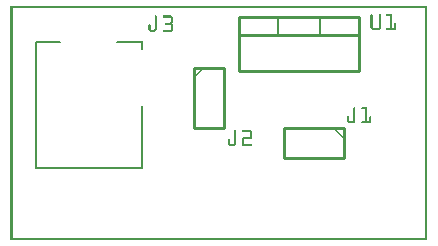
<source format=gto>
G04 MADE WITH FRITZING*
G04 WWW.FRITZING.ORG*
G04 DOUBLE SIDED*
G04 HOLES PLATED*
G04 CONTOUR ON CENTER OF CONTOUR VECTOR*
%ASAXBY*%
%FSLAX23Y23*%
%MOIN*%
%OFA0B0*%
%SFA1.0B1.0*%
%ADD10C,0.010000*%
%ADD11C,0.005000*%
%ADD12C,0.008000*%
%ADD13R,0.001000X0.001000*%
%LNSILK1*%
G90*
G70*
G54D10*
X761Y746D02*
X1161Y746D01*
D02*
X1161Y746D02*
X1161Y566D01*
D02*
X1161Y566D02*
X761Y566D01*
D02*
X761Y566D02*
X761Y746D01*
D02*
X761Y746D02*
X1161Y746D01*
D02*
X1161Y746D02*
X1161Y686D01*
D02*
X1161Y686D02*
X761Y686D01*
D02*
X761Y686D02*
X761Y746D01*
G54D11*
D02*
X891Y746D02*
X891Y686D01*
D02*
X1031Y746D02*
X1031Y686D01*
G54D10*
D02*
X1111Y376D02*
X911Y376D01*
D02*
X911Y376D02*
X911Y276D01*
D02*
X911Y276D02*
X1111Y276D01*
D02*
X1111Y276D02*
X1111Y376D01*
D02*
X611Y576D02*
X611Y376D01*
D02*
X611Y376D02*
X711Y376D01*
D02*
X711Y376D02*
X711Y576D01*
D02*
X711Y576D02*
X611Y576D01*
G54D12*
D02*
X438Y662D02*
X355Y662D01*
D02*
X438Y241D02*
X438Y450D01*
D02*
X84Y241D02*
X84Y662D01*
D02*
X84Y662D02*
X166Y662D01*
D02*
X84Y241D02*
X438Y241D01*
G54D13*
X0Y783D02*
X1389Y783D01*
X0Y782D02*
X1389Y782D01*
X0Y781D02*
X1389Y781D01*
X0Y780D02*
X1389Y780D01*
X0Y779D02*
X1389Y779D01*
X0Y778D02*
X1389Y778D01*
X0Y777D02*
X1389Y777D01*
X0Y776D02*
X1389Y776D01*
X0Y775D02*
X7Y775D01*
X1382Y775D02*
X1389Y775D01*
X0Y774D02*
X7Y774D01*
X1382Y774D02*
X1389Y774D01*
X0Y773D02*
X7Y773D01*
X1382Y773D02*
X1389Y773D01*
X0Y772D02*
X7Y772D01*
X1382Y772D02*
X1389Y772D01*
X0Y771D02*
X7Y771D01*
X1382Y771D02*
X1389Y771D01*
X0Y770D02*
X7Y770D01*
X1382Y770D02*
X1389Y770D01*
X0Y769D02*
X7Y769D01*
X1382Y769D02*
X1389Y769D01*
X0Y768D02*
X7Y768D01*
X1382Y768D02*
X1389Y768D01*
X0Y767D02*
X7Y767D01*
X1382Y767D02*
X1389Y767D01*
X0Y766D02*
X7Y766D01*
X1382Y766D02*
X1389Y766D01*
X0Y765D02*
X7Y765D01*
X1382Y765D02*
X1389Y765D01*
X0Y764D02*
X7Y764D01*
X1382Y764D02*
X1389Y764D01*
X0Y763D02*
X7Y763D01*
X1382Y763D02*
X1389Y763D01*
X0Y762D02*
X7Y762D01*
X1382Y762D02*
X1389Y762D01*
X0Y761D02*
X7Y761D01*
X1382Y761D02*
X1389Y761D01*
X0Y760D02*
X7Y760D01*
X1382Y760D02*
X1389Y760D01*
X0Y759D02*
X7Y759D01*
X1382Y759D02*
X1389Y759D01*
X0Y758D02*
X7Y758D01*
X1382Y758D02*
X1389Y758D01*
X0Y757D02*
X7Y757D01*
X1382Y757D02*
X1389Y757D01*
X0Y756D02*
X7Y756D01*
X1382Y756D02*
X1389Y756D01*
X0Y755D02*
X7Y755D01*
X1202Y755D02*
X1204Y755D01*
X1230Y755D02*
X1232Y755D01*
X1252Y755D02*
X1270Y755D01*
X1382Y755D02*
X1389Y755D01*
X0Y754D02*
X7Y754D01*
X1201Y754D02*
X1205Y754D01*
X1229Y754D02*
X1233Y754D01*
X1251Y754D02*
X1270Y754D01*
X1382Y754D02*
X1389Y754D01*
X0Y753D02*
X7Y753D01*
X1200Y753D02*
X1206Y753D01*
X1228Y753D02*
X1234Y753D01*
X1251Y753D02*
X1270Y753D01*
X1382Y753D02*
X1389Y753D01*
X0Y752D02*
X7Y752D01*
X1200Y752D02*
X1206Y752D01*
X1228Y752D02*
X1234Y752D01*
X1250Y752D02*
X1270Y752D01*
X1382Y752D02*
X1389Y752D01*
X0Y751D02*
X7Y751D01*
X1200Y751D02*
X1206Y751D01*
X1228Y751D02*
X1234Y751D01*
X1251Y751D02*
X1270Y751D01*
X1382Y751D02*
X1389Y751D01*
X0Y750D02*
X7Y750D01*
X483Y750D02*
X484Y750D01*
X509Y750D02*
X535Y750D01*
X1200Y750D02*
X1206Y750D01*
X1228Y750D02*
X1234Y750D01*
X1251Y750D02*
X1270Y750D01*
X1382Y750D02*
X1389Y750D01*
X0Y749D02*
X7Y749D01*
X482Y749D02*
X486Y749D01*
X508Y749D02*
X537Y749D01*
X1200Y749D02*
X1206Y749D01*
X1228Y749D02*
X1234Y749D01*
X1252Y749D02*
X1270Y749D01*
X1382Y749D02*
X1389Y749D01*
X0Y748D02*
X7Y748D01*
X481Y748D02*
X486Y748D01*
X507Y748D02*
X538Y748D01*
X1200Y748D02*
X1206Y748D01*
X1228Y748D02*
X1234Y748D01*
X1264Y748D02*
X1270Y748D01*
X1382Y748D02*
X1389Y748D01*
X0Y747D02*
X7Y747D01*
X481Y747D02*
X487Y747D01*
X507Y747D02*
X539Y747D01*
X1200Y747D02*
X1206Y747D01*
X1228Y747D02*
X1234Y747D01*
X1264Y747D02*
X1270Y747D01*
X1382Y747D02*
X1389Y747D01*
X0Y746D02*
X7Y746D01*
X481Y746D02*
X487Y746D01*
X507Y746D02*
X540Y746D01*
X1200Y746D02*
X1206Y746D01*
X1228Y746D02*
X1234Y746D01*
X1264Y746D02*
X1270Y746D01*
X1382Y746D02*
X1389Y746D01*
X0Y745D02*
X7Y745D01*
X481Y745D02*
X487Y745D01*
X507Y745D02*
X540Y745D01*
X1200Y745D02*
X1206Y745D01*
X1228Y745D02*
X1234Y745D01*
X1264Y745D02*
X1270Y745D01*
X1382Y745D02*
X1389Y745D01*
X0Y744D02*
X7Y744D01*
X481Y744D02*
X487Y744D01*
X508Y744D02*
X540Y744D01*
X1200Y744D02*
X1206Y744D01*
X1228Y744D02*
X1234Y744D01*
X1264Y744D02*
X1270Y744D01*
X1382Y744D02*
X1389Y744D01*
X0Y743D02*
X7Y743D01*
X481Y743D02*
X487Y743D01*
X534Y743D02*
X540Y743D01*
X1200Y743D02*
X1206Y743D01*
X1228Y743D02*
X1234Y743D01*
X1264Y743D02*
X1270Y743D01*
X1382Y743D02*
X1389Y743D01*
X0Y742D02*
X7Y742D01*
X481Y742D02*
X487Y742D01*
X534Y742D02*
X540Y742D01*
X1200Y742D02*
X1206Y742D01*
X1228Y742D02*
X1234Y742D01*
X1264Y742D02*
X1270Y742D01*
X1382Y742D02*
X1389Y742D01*
X0Y741D02*
X7Y741D01*
X481Y741D02*
X487Y741D01*
X534Y741D02*
X540Y741D01*
X1200Y741D02*
X1206Y741D01*
X1228Y741D02*
X1234Y741D01*
X1264Y741D02*
X1270Y741D01*
X1382Y741D02*
X1389Y741D01*
X0Y740D02*
X7Y740D01*
X481Y740D02*
X487Y740D01*
X534Y740D02*
X540Y740D01*
X1200Y740D02*
X1206Y740D01*
X1228Y740D02*
X1234Y740D01*
X1264Y740D02*
X1270Y740D01*
X1382Y740D02*
X1389Y740D01*
X0Y739D02*
X7Y739D01*
X481Y739D02*
X487Y739D01*
X534Y739D02*
X540Y739D01*
X1200Y739D02*
X1206Y739D01*
X1228Y739D02*
X1234Y739D01*
X1264Y739D02*
X1270Y739D01*
X1382Y739D02*
X1389Y739D01*
X0Y738D02*
X7Y738D01*
X481Y738D02*
X487Y738D01*
X534Y738D02*
X540Y738D01*
X1200Y738D02*
X1206Y738D01*
X1228Y738D02*
X1234Y738D01*
X1264Y738D02*
X1270Y738D01*
X1382Y738D02*
X1389Y738D01*
X0Y737D02*
X7Y737D01*
X481Y737D02*
X487Y737D01*
X534Y737D02*
X540Y737D01*
X1200Y737D02*
X1206Y737D01*
X1228Y737D02*
X1234Y737D01*
X1264Y737D02*
X1270Y737D01*
X1382Y737D02*
X1389Y737D01*
X0Y736D02*
X7Y736D01*
X481Y736D02*
X487Y736D01*
X534Y736D02*
X540Y736D01*
X1200Y736D02*
X1206Y736D01*
X1228Y736D02*
X1234Y736D01*
X1264Y736D02*
X1270Y736D01*
X1382Y736D02*
X1389Y736D01*
X0Y735D02*
X7Y735D01*
X481Y735D02*
X487Y735D01*
X534Y735D02*
X540Y735D01*
X1200Y735D02*
X1206Y735D01*
X1228Y735D02*
X1234Y735D01*
X1264Y735D02*
X1270Y735D01*
X1382Y735D02*
X1389Y735D01*
X0Y734D02*
X7Y734D01*
X481Y734D02*
X487Y734D01*
X534Y734D02*
X540Y734D01*
X1200Y734D02*
X1206Y734D01*
X1228Y734D02*
X1234Y734D01*
X1264Y734D02*
X1270Y734D01*
X1382Y734D02*
X1389Y734D01*
X0Y733D02*
X7Y733D01*
X481Y733D02*
X487Y733D01*
X534Y733D02*
X540Y733D01*
X1200Y733D02*
X1206Y733D01*
X1228Y733D02*
X1234Y733D01*
X1264Y733D02*
X1270Y733D01*
X1382Y733D02*
X1389Y733D01*
X0Y732D02*
X7Y732D01*
X481Y732D02*
X487Y732D01*
X534Y732D02*
X540Y732D01*
X1200Y732D02*
X1206Y732D01*
X1228Y732D02*
X1234Y732D01*
X1264Y732D02*
X1270Y732D01*
X1382Y732D02*
X1389Y732D01*
X0Y731D02*
X7Y731D01*
X481Y731D02*
X487Y731D01*
X534Y731D02*
X540Y731D01*
X1200Y731D02*
X1206Y731D01*
X1228Y731D02*
X1234Y731D01*
X1264Y731D02*
X1270Y731D01*
X1382Y731D02*
X1389Y731D01*
X0Y730D02*
X7Y730D01*
X481Y730D02*
X487Y730D01*
X534Y730D02*
X540Y730D01*
X1200Y730D02*
X1206Y730D01*
X1228Y730D02*
X1234Y730D01*
X1264Y730D02*
X1270Y730D01*
X1382Y730D02*
X1389Y730D01*
X0Y729D02*
X7Y729D01*
X481Y729D02*
X487Y729D01*
X534Y729D02*
X540Y729D01*
X1200Y729D02*
X1206Y729D01*
X1228Y729D02*
X1234Y729D01*
X1264Y729D02*
X1270Y729D01*
X1382Y729D02*
X1389Y729D01*
X0Y728D02*
X7Y728D01*
X481Y728D02*
X487Y728D01*
X533Y728D02*
X540Y728D01*
X1200Y728D02*
X1206Y728D01*
X1228Y728D02*
X1234Y728D01*
X1264Y728D02*
X1270Y728D01*
X1382Y728D02*
X1389Y728D01*
X0Y727D02*
X7Y727D01*
X481Y727D02*
X487Y727D01*
X532Y727D02*
X540Y727D01*
X1200Y727D02*
X1206Y727D01*
X1228Y727D02*
X1234Y727D01*
X1264Y727D02*
X1270Y727D01*
X1382Y727D02*
X1389Y727D01*
X0Y726D02*
X7Y726D01*
X481Y726D02*
X487Y726D01*
X515Y726D02*
X539Y726D01*
X1200Y726D02*
X1206Y726D01*
X1228Y726D02*
X1234Y726D01*
X1264Y726D02*
X1270Y726D01*
X1382Y726D02*
X1389Y726D01*
X0Y725D02*
X7Y725D01*
X481Y725D02*
X487Y725D01*
X514Y725D02*
X539Y725D01*
X1200Y725D02*
X1206Y725D01*
X1228Y725D02*
X1234Y725D01*
X1264Y725D02*
X1270Y725D01*
X1279Y725D02*
X1283Y725D01*
X1382Y725D02*
X1389Y725D01*
X0Y724D02*
X7Y724D01*
X481Y724D02*
X487Y724D01*
X514Y724D02*
X538Y724D01*
X1200Y724D02*
X1206Y724D01*
X1228Y724D02*
X1234Y724D01*
X1264Y724D02*
X1270Y724D01*
X1278Y724D02*
X1284Y724D01*
X1382Y724D02*
X1389Y724D01*
X0Y723D02*
X7Y723D01*
X481Y723D02*
X487Y723D01*
X514Y723D02*
X538Y723D01*
X1200Y723D02*
X1206Y723D01*
X1228Y723D02*
X1234Y723D01*
X1264Y723D02*
X1270Y723D01*
X1278Y723D02*
X1284Y723D01*
X1382Y723D02*
X1389Y723D01*
X0Y722D02*
X7Y722D01*
X481Y722D02*
X487Y722D01*
X514Y722D02*
X538Y722D01*
X1200Y722D02*
X1206Y722D01*
X1228Y722D02*
X1234Y722D01*
X1264Y722D02*
X1270Y722D01*
X1278Y722D02*
X1284Y722D01*
X1382Y722D02*
X1389Y722D01*
X0Y721D02*
X7Y721D01*
X481Y721D02*
X487Y721D01*
X514Y721D02*
X539Y721D01*
X1200Y721D02*
X1206Y721D01*
X1228Y721D02*
X1234Y721D01*
X1264Y721D02*
X1270Y721D01*
X1278Y721D02*
X1284Y721D01*
X1382Y721D02*
X1389Y721D01*
X0Y720D02*
X7Y720D01*
X461Y720D02*
X465Y720D01*
X481Y720D02*
X487Y720D01*
X516Y720D02*
X540Y720D01*
X1200Y720D02*
X1206Y720D01*
X1228Y720D02*
X1234Y720D01*
X1264Y720D02*
X1270Y720D01*
X1278Y720D02*
X1284Y720D01*
X1382Y720D02*
X1389Y720D01*
X0Y719D02*
X7Y719D01*
X461Y719D02*
X466Y719D01*
X481Y719D02*
X487Y719D01*
X533Y719D02*
X540Y719D01*
X1200Y719D02*
X1206Y719D01*
X1228Y719D02*
X1234Y719D01*
X1264Y719D02*
X1270Y719D01*
X1278Y719D02*
X1284Y719D01*
X1382Y719D02*
X1389Y719D01*
X0Y718D02*
X7Y718D01*
X460Y718D02*
X466Y718D01*
X481Y718D02*
X487Y718D01*
X534Y718D02*
X540Y718D01*
X1200Y718D02*
X1206Y718D01*
X1228Y718D02*
X1234Y718D01*
X1264Y718D02*
X1270Y718D01*
X1278Y718D02*
X1284Y718D01*
X1382Y718D02*
X1389Y718D01*
X0Y717D02*
X7Y717D01*
X460Y717D02*
X466Y717D01*
X481Y717D02*
X487Y717D01*
X534Y717D02*
X540Y717D01*
X1200Y717D02*
X1206Y717D01*
X1228Y717D02*
X1234Y717D01*
X1264Y717D02*
X1270Y717D01*
X1278Y717D02*
X1284Y717D01*
X1382Y717D02*
X1389Y717D01*
X0Y716D02*
X7Y716D01*
X460Y716D02*
X466Y716D01*
X481Y716D02*
X487Y716D01*
X534Y716D02*
X540Y716D01*
X1200Y716D02*
X1206Y716D01*
X1228Y716D02*
X1234Y716D01*
X1264Y716D02*
X1270Y716D01*
X1278Y716D02*
X1284Y716D01*
X1382Y716D02*
X1389Y716D01*
X0Y715D02*
X7Y715D01*
X460Y715D02*
X466Y715D01*
X481Y715D02*
X487Y715D01*
X534Y715D02*
X540Y715D01*
X1200Y715D02*
X1206Y715D01*
X1228Y715D02*
X1234Y715D01*
X1264Y715D02*
X1270Y715D01*
X1278Y715D02*
X1284Y715D01*
X1382Y715D02*
X1389Y715D01*
X0Y714D02*
X7Y714D01*
X460Y714D02*
X466Y714D01*
X481Y714D02*
X487Y714D01*
X534Y714D02*
X540Y714D01*
X1200Y714D02*
X1206Y714D01*
X1228Y714D02*
X1234Y714D01*
X1264Y714D02*
X1270Y714D01*
X1278Y714D02*
X1284Y714D01*
X1382Y714D02*
X1389Y714D01*
X0Y713D02*
X7Y713D01*
X460Y713D02*
X466Y713D01*
X481Y713D02*
X487Y713D01*
X534Y713D02*
X540Y713D01*
X1200Y713D02*
X1206Y713D01*
X1228Y713D02*
X1234Y713D01*
X1264Y713D02*
X1270Y713D01*
X1278Y713D02*
X1284Y713D01*
X1382Y713D02*
X1389Y713D01*
X0Y712D02*
X7Y712D01*
X460Y712D02*
X466Y712D01*
X481Y712D02*
X487Y712D01*
X534Y712D02*
X540Y712D01*
X1200Y712D02*
X1206Y712D01*
X1228Y712D02*
X1234Y712D01*
X1264Y712D02*
X1270Y712D01*
X1278Y712D02*
X1284Y712D01*
X1382Y712D02*
X1389Y712D01*
X0Y711D02*
X7Y711D01*
X460Y711D02*
X466Y711D01*
X481Y711D02*
X487Y711D01*
X534Y711D02*
X540Y711D01*
X1200Y711D02*
X1206Y711D01*
X1228Y711D02*
X1234Y711D01*
X1264Y711D02*
X1270Y711D01*
X1278Y711D02*
X1284Y711D01*
X1382Y711D02*
X1389Y711D01*
X0Y710D02*
X7Y710D01*
X460Y710D02*
X466Y710D01*
X481Y710D02*
X487Y710D01*
X534Y710D02*
X540Y710D01*
X1200Y710D02*
X1207Y710D01*
X1227Y710D02*
X1234Y710D01*
X1264Y710D02*
X1270Y710D01*
X1278Y710D02*
X1284Y710D01*
X1382Y710D02*
X1389Y710D01*
X0Y709D02*
X7Y709D01*
X460Y709D02*
X466Y709D01*
X481Y709D02*
X487Y709D01*
X534Y709D02*
X540Y709D01*
X1201Y709D02*
X1208Y709D01*
X1226Y709D02*
X1233Y709D01*
X1264Y709D02*
X1270Y709D01*
X1278Y709D02*
X1284Y709D01*
X1382Y709D02*
X1389Y709D01*
X0Y708D02*
X7Y708D01*
X460Y708D02*
X466Y708D01*
X481Y708D02*
X487Y708D01*
X534Y708D02*
X540Y708D01*
X1201Y708D02*
X1233Y708D01*
X1253Y708D02*
X1284Y708D01*
X1382Y708D02*
X1389Y708D01*
X0Y707D02*
X7Y707D01*
X460Y707D02*
X466Y707D01*
X481Y707D02*
X487Y707D01*
X534Y707D02*
X540Y707D01*
X1201Y707D02*
X1233Y707D01*
X1251Y707D02*
X1284Y707D01*
X1382Y707D02*
X1389Y707D01*
X0Y706D02*
X7Y706D01*
X460Y706D02*
X466Y706D01*
X481Y706D02*
X487Y706D01*
X534Y706D02*
X540Y706D01*
X1202Y706D02*
X1232Y706D01*
X1251Y706D02*
X1284Y706D01*
X1382Y706D02*
X1389Y706D01*
X0Y705D02*
X7Y705D01*
X460Y705D02*
X466Y705D01*
X480Y705D02*
X487Y705D01*
X534Y705D02*
X540Y705D01*
X1203Y705D02*
X1231Y705D01*
X1250Y705D02*
X1284Y705D01*
X1382Y705D02*
X1389Y705D01*
X0Y704D02*
X7Y704D01*
X460Y704D02*
X467Y704D01*
X479Y704D02*
X486Y704D01*
X534Y704D02*
X540Y704D01*
X1204Y704D02*
X1230Y704D01*
X1251Y704D02*
X1284Y704D01*
X1382Y704D02*
X1389Y704D01*
X0Y703D02*
X7Y703D01*
X461Y703D02*
X486Y703D01*
X510Y703D02*
X540Y703D01*
X1205Y703D02*
X1229Y703D01*
X1251Y703D02*
X1283Y703D01*
X1382Y703D02*
X1389Y703D01*
X0Y702D02*
X7Y702D01*
X461Y702D02*
X486Y702D01*
X508Y702D02*
X540Y702D01*
X1207Y702D02*
X1227Y702D01*
X1252Y702D02*
X1282Y702D01*
X1382Y702D02*
X1389Y702D01*
X0Y701D02*
X7Y701D01*
X462Y701D02*
X485Y701D01*
X507Y701D02*
X540Y701D01*
X1382Y701D02*
X1389Y701D01*
X0Y700D02*
X7Y700D01*
X462Y700D02*
X484Y700D01*
X507Y700D02*
X540Y700D01*
X1382Y700D02*
X1389Y700D01*
X0Y699D02*
X7Y699D01*
X463Y699D02*
X483Y699D01*
X507Y699D02*
X539Y699D01*
X1382Y699D02*
X1389Y699D01*
X0Y698D02*
X7Y698D01*
X465Y698D02*
X482Y698D01*
X507Y698D02*
X538Y698D01*
X1382Y698D02*
X1389Y698D01*
X0Y697D02*
X7Y697D01*
X466Y697D02*
X480Y697D01*
X508Y697D02*
X537Y697D01*
X1382Y697D02*
X1389Y697D01*
X0Y696D02*
X7Y696D01*
X1382Y696D02*
X1389Y696D01*
X0Y695D02*
X7Y695D01*
X1382Y695D02*
X1389Y695D01*
X0Y694D02*
X7Y694D01*
X1382Y694D02*
X1389Y694D01*
X0Y693D02*
X7Y693D01*
X1382Y693D02*
X1389Y693D01*
X0Y692D02*
X7Y692D01*
X1382Y692D02*
X1389Y692D01*
X0Y691D02*
X7Y691D01*
X1382Y691D02*
X1389Y691D01*
X0Y690D02*
X7Y690D01*
X1382Y690D02*
X1389Y690D01*
X0Y689D02*
X7Y689D01*
X1382Y689D02*
X1389Y689D01*
X0Y688D02*
X7Y688D01*
X1382Y688D02*
X1389Y688D01*
X0Y687D02*
X7Y687D01*
X1382Y687D02*
X1389Y687D01*
X0Y686D02*
X7Y686D01*
X1382Y686D02*
X1389Y686D01*
X0Y685D02*
X7Y685D01*
X1382Y685D02*
X1389Y685D01*
X0Y684D02*
X7Y684D01*
X1382Y684D02*
X1389Y684D01*
X0Y683D02*
X7Y683D01*
X1382Y683D02*
X1389Y683D01*
X0Y682D02*
X7Y682D01*
X1382Y682D02*
X1389Y682D01*
X0Y681D02*
X7Y681D01*
X1382Y681D02*
X1389Y681D01*
X0Y680D02*
X7Y680D01*
X1382Y680D02*
X1389Y680D01*
X0Y679D02*
X7Y679D01*
X1382Y679D02*
X1389Y679D01*
X0Y678D02*
X7Y678D01*
X1382Y678D02*
X1389Y678D01*
X0Y677D02*
X7Y677D01*
X1382Y677D02*
X1389Y677D01*
X0Y676D02*
X7Y676D01*
X1382Y676D02*
X1389Y676D01*
X0Y675D02*
X7Y675D01*
X1382Y675D02*
X1389Y675D01*
X0Y674D02*
X7Y674D01*
X1382Y674D02*
X1389Y674D01*
X0Y673D02*
X7Y673D01*
X1382Y673D02*
X1389Y673D01*
X0Y672D02*
X7Y672D01*
X1382Y672D02*
X1389Y672D01*
X0Y671D02*
X7Y671D01*
X1382Y671D02*
X1389Y671D01*
X0Y670D02*
X7Y670D01*
X1382Y670D02*
X1389Y670D01*
X0Y669D02*
X7Y669D01*
X1382Y669D02*
X1389Y669D01*
X0Y668D02*
X7Y668D01*
X1382Y668D02*
X1389Y668D01*
X0Y667D02*
X7Y667D01*
X437Y667D02*
X437Y667D01*
X1382Y667D02*
X1389Y667D01*
X0Y666D02*
X7Y666D01*
X435Y666D02*
X439Y666D01*
X1382Y666D02*
X1389Y666D01*
X0Y665D02*
X7Y665D01*
X434Y665D02*
X440Y665D01*
X1382Y665D02*
X1389Y665D01*
X0Y664D02*
X7Y664D01*
X434Y664D02*
X441Y664D01*
X1382Y664D02*
X1389Y664D01*
X0Y663D02*
X7Y663D01*
X434Y663D02*
X441Y663D01*
X1382Y663D02*
X1389Y663D01*
X0Y662D02*
X7Y662D01*
X434Y662D02*
X441Y662D01*
X1382Y662D02*
X1389Y662D01*
X0Y661D02*
X7Y661D01*
X434Y661D02*
X441Y661D01*
X1382Y661D02*
X1389Y661D01*
X0Y660D02*
X7Y660D01*
X434Y660D02*
X441Y660D01*
X1382Y660D02*
X1389Y660D01*
X0Y659D02*
X7Y659D01*
X434Y659D02*
X441Y659D01*
X1382Y659D02*
X1389Y659D01*
X0Y658D02*
X7Y658D01*
X434Y658D02*
X441Y658D01*
X1382Y658D02*
X1389Y658D01*
X0Y657D02*
X7Y657D01*
X434Y657D02*
X441Y657D01*
X1382Y657D02*
X1389Y657D01*
X0Y656D02*
X7Y656D01*
X434Y656D02*
X441Y656D01*
X1382Y656D02*
X1389Y656D01*
X0Y655D02*
X7Y655D01*
X434Y655D02*
X441Y655D01*
X1382Y655D02*
X1389Y655D01*
X0Y654D02*
X7Y654D01*
X434Y654D02*
X441Y654D01*
X1382Y654D02*
X1389Y654D01*
X0Y653D02*
X7Y653D01*
X434Y653D02*
X441Y653D01*
X1382Y653D02*
X1389Y653D01*
X0Y652D02*
X7Y652D01*
X434Y652D02*
X441Y652D01*
X1382Y652D02*
X1389Y652D01*
X0Y651D02*
X7Y651D01*
X434Y651D02*
X441Y651D01*
X1382Y651D02*
X1389Y651D01*
X0Y650D02*
X7Y650D01*
X434Y650D02*
X441Y650D01*
X1382Y650D02*
X1389Y650D01*
X0Y649D02*
X7Y649D01*
X434Y649D02*
X441Y649D01*
X1382Y649D02*
X1389Y649D01*
X0Y648D02*
X7Y648D01*
X434Y648D02*
X441Y648D01*
X1382Y648D02*
X1389Y648D01*
X0Y647D02*
X7Y647D01*
X434Y647D02*
X441Y647D01*
X1382Y647D02*
X1389Y647D01*
X0Y646D02*
X7Y646D01*
X434Y646D02*
X441Y646D01*
X1382Y646D02*
X1389Y646D01*
X0Y645D02*
X7Y645D01*
X434Y645D02*
X441Y645D01*
X1382Y645D02*
X1389Y645D01*
X0Y644D02*
X7Y644D01*
X434Y644D02*
X441Y644D01*
X1382Y644D02*
X1389Y644D01*
X0Y643D02*
X7Y643D01*
X434Y643D02*
X441Y643D01*
X1382Y643D02*
X1389Y643D01*
X0Y642D02*
X7Y642D01*
X434Y642D02*
X441Y642D01*
X1382Y642D02*
X1389Y642D01*
X0Y641D02*
X7Y641D01*
X434Y641D02*
X441Y641D01*
X1382Y641D02*
X1389Y641D01*
X0Y640D02*
X7Y640D01*
X434Y640D02*
X441Y640D01*
X1382Y640D02*
X1389Y640D01*
X0Y639D02*
X7Y639D01*
X434Y639D02*
X441Y639D01*
X1382Y639D02*
X1389Y639D01*
X0Y638D02*
X7Y638D01*
X434Y638D02*
X441Y638D01*
X1382Y638D02*
X1389Y638D01*
X0Y637D02*
X7Y637D01*
X434Y637D02*
X441Y637D01*
X1382Y637D02*
X1389Y637D01*
X0Y636D02*
X7Y636D01*
X434Y636D02*
X441Y636D01*
X1382Y636D02*
X1389Y636D01*
X0Y635D02*
X7Y635D01*
X434Y635D02*
X441Y635D01*
X1382Y635D02*
X1389Y635D01*
X0Y634D02*
X7Y634D01*
X1382Y634D02*
X1389Y634D01*
X0Y633D02*
X7Y633D01*
X1382Y633D02*
X1389Y633D01*
X0Y632D02*
X7Y632D01*
X1382Y632D02*
X1389Y632D01*
X0Y631D02*
X7Y631D01*
X1382Y631D02*
X1389Y631D01*
X0Y630D02*
X7Y630D01*
X1382Y630D02*
X1389Y630D01*
X0Y629D02*
X7Y629D01*
X1382Y629D02*
X1389Y629D01*
X0Y628D02*
X7Y628D01*
X1382Y628D02*
X1389Y628D01*
X0Y627D02*
X7Y627D01*
X1382Y627D02*
X1389Y627D01*
X0Y626D02*
X7Y626D01*
X1382Y626D02*
X1389Y626D01*
X0Y625D02*
X7Y625D01*
X1382Y625D02*
X1389Y625D01*
X0Y624D02*
X7Y624D01*
X1382Y624D02*
X1389Y624D01*
X0Y623D02*
X7Y623D01*
X1382Y623D02*
X1389Y623D01*
X0Y622D02*
X7Y622D01*
X1382Y622D02*
X1389Y622D01*
X0Y621D02*
X7Y621D01*
X1382Y621D02*
X1389Y621D01*
X0Y620D02*
X7Y620D01*
X1382Y620D02*
X1389Y620D01*
X0Y619D02*
X7Y619D01*
X1382Y619D02*
X1389Y619D01*
X0Y618D02*
X7Y618D01*
X1382Y618D02*
X1389Y618D01*
X0Y617D02*
X7Y617D01*
X1382Y617D02*
X1389Y617D01*
X0Y616D02*
X7Y616D01*
X1382Y616D02*
X1389Y616D01*
X0Y615D02*
X7Y615D01*
X1382Y615D02*
X1389Y615D01*
X0Y614D02*
X7Y614D01*
X1382Y614D02*
X1389Y614D01*
X0Y613D02*
X7Y613D01*
X1382Y613D02*
X1389Y613D01*
X0Y612D02*
X7Y612D01*
X1382Y612D02*
X1389Y612D01*
X0Y611D02*
X7Y611D01*
X1382Y611D02*
X1389Y611D01*
X0Y610D02*
X7Y610D01*
X1382Y610D02*
X1389Y610D01*
X0Y609D02*
X7Y609D01*
X1382Y609D02*
X1389Y609D01*
X0Y608D02*
X7Y608D01*
X1382Y608D02*
X1389Y608D01*
X0Y607D02*
X7Y607D01*
X1382Y607D02*
X1389Y607D01*
X0Y606D02*
X7Y606D01*
X1382Y606D02*
X1389Y606D01*
X0Y605D02*
X7Y605D01*
X1382Y605D02*
X1389Y605D01*
X0Y604D02*
X7Y604D01*
X1382Y604D02*
X1389Y604D01*
X0Y603D02*
X7Y603D01*
X1382Y603D02*
X1389Y603D01*
X0Y602D02*
X7Y602D01*
X1382Y602D02*
X1389Y602D01*
X0Y601D02*
X7Y601D01*
X1382Y601D02*
X1389Y601D01*
X0Y600D02*
X7Y600D01*
X1382Y600D02*
X1389Y600D01*
X0Y599D02*
X7Y599D01*
X1382Y599D02*
X1389Y599D01*
X0Y598D02*
X7Y598D01*
X1382Y598D02*
X1389Y598D01*
X0Y597D02*
X7Y597D01*
X1382Y597D02*
X1389Y597D01*
X0Y596D02*
X7Y596D01*
X1382Y596D02*
X1389Y596D01*
X0Y595D02*
X7Y595D01*
X1382Y595D02*
X1389Y595D01*
X0Y594D02*
X7Y594D01*
X1382Y594D02*
X1389Y594D01*
X0Y593D02*
X7Y593D01*
X1382Y593D02*
X1389Y593D01*
X0Y592D02*
X7Y592D01*
X1382Y592D02*
X1389Y592D01*
X0Y591D02*
X7Y591D01*
X1382Y591D02*
X1389Y591D01*
X0Y590D02*
X7Y590D01*
X1382Y590D02*
X1389Y590D01*
X0Y589D02*
X7Y589D01*
X1382Y589D02*
X1389Y589D01*
X0Y588D02*
X7Y588D01*
X1382Y588D02*
X1389Y588D01*
X0Y587D02*
X7Y587D01*
X1382Y587D02*
X1389Y587D01*
X0Y586D02*
X7Y586D01*
X1382Y586D02*
X1389Y586D01*
X0Y585D02*
X7Y585D01*
X1382Y585D02*
X1389Y585D01*
X0Y584D02*
X7Y584D01*
X1382Y584D02*
X1389Y584D01*
X0Y583D02*
X7Y583D01*
X1382Y583D02*
X1389Y583D01*
X0Y582D02*
X7Y582D01*
X1382Y582D02*
X1389Y582D01*
X0Y581D02*
X7Y581D01*
X1382Y581D02*
X1389Y581D01*
X0Y580D02*
X7Y580D01*
X1382Y580D02*
X1389Y580D01*
X0Y579D02*
X7Y579D01*
X1382Y579D02*
X1389Y579D01*
X0Y578D02*
X7Y578D01*
X643Y578D02*
X643Y578D01*
X1382Y578D02*
X1389Y578D01*
X0Y577D02*
X7Y577D01*
X642Y577D02*
X644Y577D01*
X1382Y577D02*
X1389Y577D01*
X0Y576D02*
X7Y576D01*
X641Y576D02*
X645Y576D01*
X1382Y576D02*
X1389Y576D01*
X0Y575D02*
X7Y575D01*
X640Y575D02*
X646Y575D01*
X1382Y575D02*
X1389Y575D01*
X0Y574D02*
X7Y574D01*
X639Y574D02*
X645Y574D01*
X1382Y574D02*
X1389Y574D01*
X0Y573D02*
X7Y573D01*
X638Y573D02*
X644Y573D01*
X1382Y573D02*
X1389Y573D01*
X0Y572D02*
X7Y572D01*
X637Y572D02*
X643Y572D01*
X1382Y572D02*
X1389Y572D01*
X0Y571D02*
X7Y571D01*
X636Y571D02*
X642Y571D01*
X1382Y571D02*
X1389Y571D01*
X0Y570D02*
X7Y570D01*
X635Y570D02*
X641Y570D01*
X1382Y570D02*
X1389Y570D01*
X0Y569D02*
X7Y569D01*
X634Y569D02*
X640Y569D01*
X1382Y569D02*
X1389Y569D01*
X0Y568D02*
X7Y568D01*
X633Y568D02*
X639Y568D01*
X1382Y568D02*
X1389Y568D01*
X0Y567D02*
X7Y567D01*
X632Y567D02*
X638Y567D01*
X1382Y567D02*
X1389Y567D01*
X0Y566D02*
X7Y566D01*
X631Y566D02*
X637Y566D01*
X1382Y566D02*
X1389Y566D01*
X0Y565D02*
X7Y565D01*
X630Y565D02*
X636Y565D01*
X1382Y565D02*
X1389Y565D01*
X0Y564D02*
X7Y564D01*
X629Y564D02*
X635Y564D01*
X1382Y564D02*
X1389Y564D01*
X0Y563D02*
X7Y563D01*
X628Y563D02*
X634Y563D01*
X1382Y563D02*
X1389Y563D01*
X0Y562D02*
X7Y562D01*
X627Y562D02*
X633Y562D01*
X1382Y562D02*
X1389Y562D01*
X0Y561D02*
X7Y561D01*
X626Y561D02*
X632Y561D01*
X1382Y561D02*
X1389Y561D01*
X0Y560D02*
X7Y560D01*
X625Y560D02*
X630Y560D01*
X1382Y560D02*
X1389Y560D01*
X0Y559D02*
X7Y559D01*
X624Y559D02*
X629Y559D01*
X1382Y559D02*
X1389Y559D01*
X0Y558D02*
X7Y558D01*
X623Y558D02*
X628Y558D01*
X1382Y558D02*
X1389Y558D01*
X0Y557D02*
X7Y557D01*
X622Y557D02*
X627Y557D01*
X1382Y557D02*
X1389Y557D01*
X0Y556D02*
X7Y556D01*
X621Y556D02*
X626Y556D01*
X1382Y556D02*
X1389Y556D01*
X0Y555D02*
X7Y555D01*
X620Y555D02*
X626Y555D01*
X1382Y555D02*
X1389Y555D01*
X0Y554D02*
X7Y554D01*
X619Y554D02*
X625Y554D01*
X1382Y554D02*
X1389Y554D01*
X0Y553D02*
X7Y553D01*
X618Y553D02*
X624Y553D01*
X1382Y553D02*
X1389Y553D01*
X0Y552D02*
X7Y552D01*
X617Y552D02*
X623Y552D01*
X1382Y552D02*
X1389Y552D01*
X0Y551D02*
X7Y551D01*
X616Y551D02*
X622Y551D01*
X1382Y551D02*
X1389Y551D01*
X0Y550D02*
X7Y550D01*
X615Y550D02*
X621Y550D01*
X1382Y550D02*
X1389Y550D01*
X0Y549D02*
X7Y549D01*
X614Y549D02*
X620Y549D01*
X1382Y549D02*
X1389Y549D01*
X0Y548D02*
X7Y548D01*
X613Y548D02*
X619Y548D01*
X1382Y548D02*
X1389Y548D01*
X0Y547D02*
X7Y547D01*
X612Y547D02*
X618Y547D01*
X1382Y547D02*
X1389Y547D01*
X0Y546D02*
X7Y546D01*
X611Y546D02*
X617Y546D01*
X1382Y546D02*
X1389Y546D01*
X0Y545D02*
X7Y545D01*
X610Y545D02*
X616Y545D01*
X1382Y545D02*
X1389Y545D01*
X0Y544D02*
X7Y544D01*
X609Y544D02*
X615Y544D01*
X1382Y544D02*
X1389Y544D01*
X0Y543D02*
X7Y543D01*
X609Y543D02*
X614Y543D01*
X1382Y543D02*
X1389Y543D01*
X0Y542D02*
X7Y542D01*
X610Y542D02*
X613Y542D01*
X1382Y542D02*
X1389Y542D01*
X0Y541D02*
X7Y541D01*
X611Y541D02*
X612Y541D01*
X1382Y541D02*
X1389Y541D01*
X0Y540D02*
X7Y540D01*
X1382Y540D02*
X1389Y540D01*
X0Y539D02*
X7Y539D01*
X1382Y539D02*
X1389Y539D01*
X0Y538D02*
X7Y538D01*
X1382Y538D02*
X1389Y538D01*
X0Y537D02*
X7Y537D01*
X1382Y537D02*
X1389Y537D01*
X0Y536D02*
X7Y536D01*
X1382Y536D02*
X1389Y536D01*
X0Y535D02*
X7Y535D01*
X1382Y535D02*
X1389Y535D01*
X0Y534D02*
X7Y534D01*
X1382Y534D02*
X1389Y534D01*
X0Y533D02*
X7Y533D01*
X1382Y533D02*
X1389Y533D01*
X0Y532D02*
X7Y532D01*
X1382Y532D02*
X1389Y532D01*
X0Y531D02*
X7Y531D01*
X1382Y531D02*
X1389Y531D01*
X0Y530D02*
X7Y530D01*
X1382Y530D02*
X1389Y530D01*
X0Y529D02*
X7Y529D01*
X1382Y529D02*
X1389Y529D01*
X0Y528D02*
X7Y528D01*
X1382Y528D02*
X1389Y528D01*
X0Y527D02*
X7Y527D01*
X1382Y527D02*
X1389Y527D01*
X0Y526D02*
X7Y526D01*
X1382Y526D02*
X1389Y526D01*
X0Y525D02*
X7Y525D01*
X1382Y525D02*
X1389Y525D01*
X0Y524D02*
X7Y524D01*
X1382Y524D02*
X1389Y524D01*
X0Y523D02*
X7Y523D01*
X1382Y523D02*
X1389Y523D01*
X0Y522D02*
X7Y522D01*
X1382Y522D02*
X1389Y522D01*
X0Y521D02*
X7Y521D01*
X1382Y521D02*
X1389Y521D01*
X0Y520D02*
X7Y520D01*
X1382Y520D02*
X1389Y520D01*
X0Y519D02*
X7Y519D01*
X1382Y519D02*
X1389Y519D01*
X0Y518D02*
X7Y518D01*
X1382Y518D02*
X1389Y518D01*
X0Y517D02*
X7Y517D01*
X1382Y517D02*
X1389Y517D01*
X0Y516D02*
X7Y516D01*
X1382Y516D02*
X1389Y516D01*
X0Y515D02*
X7Y515D01*
X1382Y515D02*
X1389Y515D01*
X0Y514D02*
X7Y514D01*
X1382Y514D02*
X1389Y514D01*
X0Y513D02*
X7Y513D01*
X1382Y513D02*
X1389Y513D01*
X0Y512D02*
X7Y512D01*
X1382Y512D02*
X1389Y512D01*
X0Y511D02*
X7Y511D01*
X1382Y511D02*
X1389Y511D01*
X0Y510D02*
X7Y510D01*
X1382Y510D02*
X1389Y510D01*
X0Y509D02*
X7Y509D01*
X1382Y509D02*
X1389Y509D01*
X0Y508D02*
X7Y508D01*
X1382Y508D02*
X1389Y508D01*
X0Y507D02*
X7Y507D01*
X1382Y507D02*
X1389Y507D01*
X0Y506D02*
X7Y506D01*
X1382Y506D02*
X1389Y506D01*
X0Y505D02*
X7Y505D01*
X1382Y505D02*
X1389Y505D01*
X0Y504D02*
X7Y504D01*
X1382Y504D02*
X1389Y504D01*
X0Y503D02*
X7Y503D01*
X1382Y503D02*
X1389Y503D01*
X0Y502D02*
X7Y502D01*
X1382Y502D02*
X1389Y502D01*
X0Y501D02*
X7Y501D01*
X1382Y501D02*
X1389Y501D01*
X0Y500D02*
X7Y500D01*
X1382Y500D02*
X1389Y500D01*
X0Y499D02*
X7Y499D01*
X1382Y499D02*
X1389Y499D01*
X0Y498D02*
X7Y498D01*
X1382Y498D02*
X1389Y498D01*
X0Y497D02*
X7Y497D01*
X1382Y497D02*
X1389Y497D01*
X0Y496D02*
X7Y496D01*
X1382Y496D02*
X1389Y496D01*
X0Y495D02*
X7Y495D01*
X1382Y495D02*
X1389Y495D01*
X0Y494D02*
X7Y494D01*
X1382Y494D02*
X1389Y494D01*
X0Y493D02*
X7Y493D01*
X1382Y493D02*
X1389Y493D01*
X0Y492D02*
X7Y492D01*
X1382Y492D02*
X1389Y492D01*
X0Y491D02*
X7Y491D01*
X1382Y491D02*
X1389Y491D01*
X0Y490D02*
X7Y490D01*
X1382Y490D02*
X1389Y490D01*
X0Y489D02*
X7Y489D01*
X1382Y489D02*
X1389Y489D01*
X0Y488D02*
X7Y488D01*
X1382Y488D02*
X1389Y488D01*
X0Y487D02*
X7Y487D01*
X1382Y487D02*
X1389Y487D01*
X0Y486D02*
X7Y486D01*
X1382Y486D02*
X1389Y486D01*
X0Y485D02*
X7Y485D01*
X1382Y485D02*
X1389Y485D01*
X0Y484D02*
X7Y484D01*
X1382Y484D02*
X1389Y484D01*
X0Y483D02*
X7Y483D01*
X1382Y483D02*
X1389Y483D01*
X0Y482D02*
X7Y482D01*
X1382Y482D02*
X1389Y482D01*
X0Y481D02*
X7Y481D01*
X1382Y481D02*
X1389Y481D01*
X0Y480D02*
X7Y480D01*
X1382Y480D02*
X1389Y480D01*
X0Y479D02*
X7Y479D01*
X1382Y479D02*
X1389Y479D01*
X0Y478D02*
X7Y478D01*
X1382Y478D02*
X1389Y478D01*
X0Y477D02*
X7Y477D01*
X1382Y477D02*
X1389Y477D01*
X0Y476D02*
X7Y476D01*
X1382Y476D02*
X1389Y476D01*
X0Y475D02*
X7Y475D01*
X1382Y475D02*
X1389Y475D01*
X0Y474D02*
X7Y474D01*
X1382Y474D02*
X1389Y474D01*
X0Y473D02*
X7Y473D01*
X1382Y473D02*
X1389Y473D01*
X0Y472D02*
X7Y472D01*
X1382Y472D02*
X1389Y472D01*
X0Y471D02*
X7Y471D01*
X1382Y471D02*
X1389Y471D01*
X0Y470D02*
X7Y470D01*
X1382Y470D02*
X1389Y470D01*
X0Y469D02*
X7Y469D01*
X1382Y469D02*
X1389Y469D01*
X0Y468D02*
X7Y468D01*
X1382Y468D02*
X1389Y468D01*
X0Y467D02*
X7Y467D01*
X1382Y467D02*
X1389Y467D01*
X0Y466D02*
X7Y466D01*
X1382Y466D02*
X1389Y466D01*
X0Y465D02*
X7Y465D01*
X1382Y465D02*
X1389Y465D01*
X0Y464D02*
X7Y464D01*
X1382Y464D02*
X1389Y464D01*
X0Y463D02*
X7Y463D01*
X1382Y463D02*
X1389Y463D01*
X0Y462D02*
X7Y462D01*
X1382Y462D02*
X1389Y462D01*
X0Y461D02*
X7Y461D01*
X1382Y461D02*
X1389Y461D01*
X0Y460D02*
X7Y460D01*
X1382Y460D02*
X1389Y460D01*
X0Y459D02*
X7Y459D01*
X1382Y459D02*
X1389Y459D01*
X0Y458D02*
X7Y458D01*
X1382Y458D02*
X1389Y458D01*
X0Y457D02*
X7Y457D01*
X1382Y457D02*
X1389Y457D01*
X0Y456D02*
X7Y456D01*
X1382Y456D02*
X1389Y456D01*
X0Y455D02*
X7Y455D01*
X1382Y455D02*
X1389Y455D01*
X0Y454D02*
X7Y454D01*
X1382Y454D02*
X1389Y454D01*
X0Y453D02*
X7Y453D01*
X1382Y453D02*
X1389Y453D01*
X0Y452D02*
X7Y452D01*
X1382Y452D02*
X1389Y452D01*
X0Y451D02*
X7Y451D01*
X1382Y451D02*
X1389Y451D01*
X0Y450D02*
X7Y450D01*
X1382Y450D02*
X1389Y450D01*
X0Y449D02*
X7Y449D01*
X1382Y449D02*
X1389Y449D01*
X0Y448D02*
X7Y448D01*
X1382Y448D02*
X1389Y448D01*
X0Y447D02*
X7Y447D01*
X1382Y447D02*
X1389Y447D01*
X0Y446D02*
X7Y446D01*
X1382Y446D02*
X1389Y446D01*
X0Y445D02*
X7Y445D01*
X1382Y445D02*
X1389Y445D01*
X0Y444D02*
X7Y444D01*
X1145Y444D02*
X1147Y444D01*
X1171Y444D02*
X1189Y444D01*
X1382Y444D02*
X1389Y444D01*
X0Y443D02*
X7Y443D01*
X1144Y443D02*
X1148Y443D01*
X1170Y443D02*
X1189Y443D01*
X1382Y443D02*
X1389Y443D01*
X0Y442D02*
X7Y442D01*
X1143Y442D02*
X1149Y442D01*
X1169Y442D02*
X1189Y442D01*
X1382Y442D02*
X1389Y442D01*
X0Y441D02*
X7Y441D01*
X1143Y441D02*
X1149Y441D01*
X1169Y441D02*
X1189Y441D01*
X1382Y441D02*
X1389Y441D01*
X0Y440D02*
X7Y440D01*
X1143Y440D02*
X1149Y440D01*
X1169Y440D02*
X1189Y440D01*
X1382Y440D02*
X1389Y440D01*
X0Y439D02*
X7Y439D01*
X1143Y439D02*
X1149Y439D01*
X1169Y439D02*
X1189Y439D01*
X1382Y439D02*
X1389Y439D01*
X0Y438D02*
X7Y438D01*
X1143Y438D02*
X1149Y438D01*
X1170Y438D02*
X1189Y438D01*
X1382Y438D02*
X1389Y438D01*
X0Y437D02*
X7Y437D01*
X1143Y437D02*
X1149Y437D01*
X1183Y437D02*
X1189Y437D01*
X1382Y437D02*
X1389Y437D01*
X0Y436D02*
X7Y436D01*
X1143Y436D02*
X1149Y436D01*
X1183Y436D02*
X1189Y436D01*
X1382Y436D02*
X1389Y436D01*
X0Y435D02*
X7Y435D01*
X1143Y435D02*
X1149Y435D01*
X1183Y435D02*
X1189Y435D01*
X1382Y435D02*
X1389Y435D01*
X0Y434D02*
X7Y434D01*
X1143Y434D02*
X1149Y434D01*
X1183Y434D02*
X1189Y434D01*
X1382Y434D02*
X1389Y434D01*
X0Y433D02*
X7Y433D01*
X1143Y433D02*
X1149Y433D01*
X1183Y433D02*
X1189Y433D01*
X1382Y433D02*
X1389Y433D01*
X0Y432D02*
X7Y432D01*
X1143Y432D02*
X1149Y432D01*
X1183Y432D02*
X1189Y432D01*
X1382Y432D02*
X1389Y432D01*
X0Y431D02*
X7Y431D01*
X1143Y431D02*
X1149Y431D01*
X1183Y431D02*
X1189Y431D01*
X1382Y431D02*
X1389Y431D01*
X0Y430D02*
X7Y430D01*
X1143Y430D02*
X1149Y430D01*
X1183Y430D02*
X1189Y430D01*
X1382Y430D02*
X1389Y430D01*
X0Y429D02*
X7Y429D01*
X1143Y429D02*
X1149Y429D01*
X1183Y429D02*
X1189Y429D01*
X1382Y429D02*
X1389Y429D01*
X0Y428D02*
X7Y428D01*
X1143Y428D02*
X1149Y428D01*
X1183Y428D02*
X1189Y428D01*
X1382Y428D02*
X1389Y428D01*
X0Y427D02*
X7Y427D01*
X1143Y427D02*
X1149Y427D01*
X1183Y427D02*
X1189Y427D01*
X1382Y427D02*
X1389Y427D01*
X0Y426D02*
X7Y426D01*
X1143Y426D02*
X1149Y426D01*
X1183Y426D02*
X1189Y426D01*
X1382Y426D02*
X1389Y426D01*
X0Y425D02*
X7Y425D01*
X1143Y425D02*
X1149Y425D01*
X1183Y425D02*
X1189Y425D01*
X1382Y425D02*
X1389Y425D01*
X0Y424D02*
X7Y424D01*
X1143Y424D02*
X1149Y424D01*
X1183Y424D02*
X1189Y424D01*
X1382Y424D02*
X1389Y424D01*
X0Y423D02*
X7Y423D01*
X1143Y423D02*
X1149Y423D01*
X1183Y423D02*
X1189Y423D01*
X1382Y423D02*
X1389Y423D01*
X0Y422D02*
X7Y422D01*
X1143Y422D02*
X1149Y422D01*
X1183Y422D02*
X1189Y422D01*
X1382Y422D02*
X1389Y422D01*
X0Y421D02*
X7Y421D01*
X1143Y421D02*
X1149Y421D01*
X1183Y421D02*
X1189Y421D01*
X1382Y421D02*
X1389Y421D01*
X0Y420D02*
X7Y420D01*
X1143Y420D02*
X1149Y420D01*
X1183Y420D02*
X1189Y420D01*
X1382Y420D02*
X1389Y420D01*
X0Y419D02*
X7Y419D01*
X1143Y419D02*
X1149Y419D01*
X1183Y419D02*
X1189Y419D01*
X1382Y419D02*
X1389Y419D01*
X0Y418D02*
X7Y418D01*
X1143Y418D02*
X1149Y418D01*
X1183Y418D02*
X1189Y418D01*
X1382Y418D02*
X1389Y418D01*
X0Y417D02*
X7Y417D01*
X1143Y417D02*
X1149Y417D01*
X1183Y417D02*
X1189Y417D01*
X1382Y417D02*
X1389Y417D01*
X0Y416D02*
X7Y416D01*
X1143Y416D02*
X1149Y416D01*
X1183Y416D02*
X1189Y416D01*
X1382Y416D02*
X1389Y416D01*
X0Y415D02*
X7Y415D01*
X1143Y415D02*
X1149Y415D01*
X1183Y415D02*
X1189Y415D01*
X1382Y415D02*
X1389Y415D01*
X0Y414D02*
X7Y414D01*
X1123Y414D02*
X1127Y414D01*
X1143Y414D02*
X1149Y414D01*
X1183Y414D02*
X1189Y414D01*
X1198Y414D02*
X1201Y414D01*
X1382Y414D02*
X1389Y414D01*
X0Y413D02*
X7Y413D01*
X1123Y413D02*
X1128Y413D01*
X1143Y413D02*
X1149Y413D01*
X1183Y413D02*
X1189Y413D01*
X1197Y413D02*
X1202Y413D01*
X1382Y413D02*
X1389Y413D01*
X0Y412D02*
X7Y412D01*
X1122Y412D02*
X1128Y412D01*
X1143Y412D02*
X1149Y412D01*
X1183Y412D02*
X1189Y412D01*
X1197Y412D02*
X1202Y412D01*
X1382Y412D02*
X1389Y412D01*
X0Y411D02*
X7Y411D01*
X1122Y411D02*
X1128Y411D01*
X1143Y411D02*
X1149Y411D01*
X1183Y411D02*
X1189Y411D01*
X1196Y411D02*
X1202Y411D01*
X1382Y411D02*
X1389Y411D01*
X0Y410D02*
X7Y410D01*
X1122Y410D02*
X1128Y410D01*
X1143Y410D02*
X1149Y410D01*
X1183Y410D02*
X1189Y410D01*
X1196Y410D02*
X1202Y410D01*
X1382Y410D02*
X1389Y410D01*
X0Y409D02*
X7Y409D01*
X1122Y409D02*
X1128Y409D01*
X1143Y409D02*
X1149Y409D01*
X1183Y409D02*
X1189Y409D01*
X1196Y409D02*
X1202Y409D01*
X1382Y409D02*
X1389Y409D01*
X0Y408D02*
X7Y408D01*
X1122Y408D02*
X1128Y408D01*
X1143Y408D02*
X1149Y408D01*
X1183Y408D02*
X1189Y408D01*
X1196Y408D02*
X1202Y408D01*
X1382Y408D02*
X1389Y408D01*
X0Y407D02*
X7Y407D01*
X1122Y407D02*
X1128Y407D01*
X1143Y407D02*
X1149Y407D01*
X1183Y407D02*
X1189Y407D01*
X1196Y407D02*
X1202Y407D01*
X1382Y407D02*
X1389Y407D01*
X0Y406D02*
X7Y406D01*
X1122Y406D02*
X1128Y406D01*
X1143Y406D02*
X1149Y406D01*
X1183Y406D02*
X1189Y406D01*
X1196Y406D02*
X1202Y406D01*
X1382Y406D02*
X1389Y406D01*
X0Y405D02*
X7Y405D01*
X1122Y405D02*
X1128Y405D01*
X1143Y405D02*
X1149Y405D01*
X1183Y405D02*
X1189Y405D01*
X1196Y405D02*
X1202Y405D01*
X1382Y405D02*
X1389Y405D01*
X0Y404D02*
X7Y404D01*
X1122Y404D02*
X1128Y404D01*
X1143Y404D02*
X1149Y404D01*
X1183Y404D02*
X1189Y404D01*
X1196Y404D02*
X1202Y404D01*
X1382Y404D02*
X1389Y404D01*
X0Y403D02*
X7Y403D01*
X1122Y403D02*
X1128Y403D01*
X1143Y403D02*
X1149Y403D01*
X1183Y403D02*
X1189Y403D01*
X1196Y403D02*
X1202Y403D01*
X1382Y403D02*
X1389Y403D01*
X0Y402D02*
X7Y402D01*
X1122Y402D02*
X1128Y402D01*
X1143Y402D02*
X1149Y402D01*
X1183Y402D02*
X1189Y402D01*
X1196Y402D02*
X1202Y402D01*
X1382Y402D02*
X1389Y402D01*
X0Y401D02*
X7Y401D01*
X1122Y401D02*
X1128Y401D01*
X1143Y401D02*
X1149Y401D01*
X1183Y401D02*
X1189Y401D01*
X1196Y401D02*
X1202Y401D01*
X1382Y401D02*
X1389Y401D01*
X0Y400D02*
X7Y400D01*
X1122Y400D02*
X1128Y400D01*
X1143Y400D02*
X1149Y400D01*
X1183Y400D02*
X1189Y400D01*
X1196Y400D02*
X1202Y400D01*
X1382Y400D02*
X1389Y400D01*
X0Y399D02*
X7Y399D01*
X1122Y399D02*
X1129Y399D01*
X1142Y399D02*
X1149Y399D01*
X1183Y399D02*
X1189Y399D01*
X1196Y399D02*
X1202Y399D01*
X1382Y399D02*
X1389Y399D01*
X0Y398D02*
X7Y398D01*
X1122Y398D02*
X1130Y398D01*
X1141Y398D02*
X1148Y398D01*
X1183Y398D02*
X1189Y398D01*
X1196Y398D02*
X1202Y398D01*
X1382Y398D02*
X1389Y398D01*
X0Y397D02*
X7Y397D01*
X1123Y397D02*
X1148Y397D01*
X1171Y397D02*
X1202Y397D01*
X1382Y397D02*
X1389Y397D01*
X0Y396D02*
X7Y396D01*
X1123Y396D02*
X1148Y396D01*
X1170Y396D02*
X1202Y396D01*
X1382Y396D02*
X1389Y396D01*
X0Y395D02*
X7Y395D01*
X1124Y395D02*
X1147Y395D01*
X1169Y395D02*
X1202Y395D01*
X1382Y395D02*
X1389Y395D01*
X0Y394D02*
X7Y394D01*
X1125Y394D02*
X1146Y394D01*
X1169Y394D02*
X1202Y394D01*
X1382Y394D02*
X1389Y394D01*
X0Y393D02*
X7Y393D01*
X1126Y393D02*
X1145Y393D01*
X1169Y393D02*
X1202Y393D01*
X1382Y393D02*
X1389Y393D01*
X0Y392D02*
X7Y392D01*
X1127Y392D02*
X1144Y392D01*
X1169Y392D02*
X1202Y392D01*
X1382Y392D02*
X1389Y392D01*
X0Y391D02*
X7Y391D01*
X1129Y391D02*
X1142Y391D01*
X1170Y391D02*
X1201Y391D01*
X1382Y391D02*
X1389Y391D01*
X0Y390D02*
X7Y390D01*
X1382Y390D02*
X1389Y390D01*
X0Y389D02*
X7Y389D01*
X1382Y389D02*
X1389Y389D01*
X0Y388D02*
X7Y388D01*
X1382Y388D02*
X1389Y388D01*
X0Y387D02*
X7Y387D01*
X1382Y387D02*
X1389Y387D01*
X0Y386D02*
X7Y386D01*
X1382Y386D02*
X1389Y386D01*
X0Y385D02*
X7Y385D01*
X1382Y385D02*
X1389Y385D01*
X0Y384D02*
X7Y384D01*
X1382Y384D02*
X1389Y384D01*
X0Y383D02*
X7Y383D01*
X1382Y383D02*
X1389Y383D01*
X0Y382D02*
X7Y382D01*
X1382Y382D02*
X1389Y382D01*
X0Y381D02*
X7Y381D01*
X1382Y381D02*
X1389Y381D01*
X0Y380D02*
X7Y380D01*
X1382Y380D02*
X1389Y380D01*
X0Y379D02*
X7Y379D01*
X1382Y379D02*
X1389Y379D01*
X0Y378D02*
X7Y378D01*
X1076Y378D02*
X1077Y378D01*
X1382Y378D02*
X1389Y378D01*
X0Y377D02*
X7Y377D01*
X1075Y377D02*
X1078Y377D01*
X1382Y377D02*
X1389Y377D01*
X0Y376D02*
X7Y376D01*
X1074Y376D02*
X1079Y376D01*
X1382Y376D02*
X1389Y376D01*
X0Y375D02*
X7Y375D01*
X1074Y375D02*
X1080Y375D01*
X1382Y375D02*
X1389Y375D01*
X0Y374D02*
X7Y374D01*
X1075Y374D02*
X1081Y374D01*
X1382Y374D02*
X1389Y374D01*
X0Y373D02*
X7Y373D01*
X1076Y373D02*
X1082Y373D01*
X1382Y373D02*
X1389Y373D01*
X0Y372D02*
X7Y372D01*
X1077Y372D02*
X1083Y372D01*
X1382Y372D02*
X1389Y372D01*
X0Y371D02*
X7Y371D01*
X1078Y371D02*
X1084Y371D01*
X1382Y371D02*
X1389Y371D01*
X0Y370D02*
X7Y370D01*
X1079Y370D02*
X1085Y370D01*
X1382Y370D02*
X1389Y370D01*
X0Y369D02*
X7Y369D01*
X1080Y369D02*
X1086Y369D01*
X1382Y369D02*
X1389Y369D01*
X0Y368D02*
X7Y368D01*
X747Y368D02*
X749Y368D01*
X774Y368D02*
X799Y368D01*
X1081Y368D02*
X1087Y368D01*
X1382Y368D02*
X1389Y368D01*
X0Y367D02*
X7Y367D01*
X746Y367D02*
X750Y367D01*
X772Y367D02*
X802Y367D01*
X1082Y367D02*
X1088Y367D01*
X1382Y367D02*
X1389Y367D01*
X0Y366D02*
X7Y366D01*
X745Y366D02*
X751Y366D01*
X772Y366D02*
X803Y366D01*
X1083Y366D02*
X1089Y366D01*
X1382Y366D02*
X1389Y366D01*
X0Y365D02*
X7Y365D01*
X745Y365D02*
X751Y365D01*
X771Y365D02*
X804Y365D01*
X1084Y365D02*
X1090Y365D01*
X1382Y365D02*
X1389Y365D01*
X0Y364D02*
X7Y364D01*
X745Y364D02*
X751Y364D01*
X771Y364D02*
X804Y364D01*
X1085Y364D02*
X1091Y364D01*
X1382Y364D02*
X1389Y364D01*
X0Y363D02*
X7Y363D01*
X745Y363D02*
X751Y363D01*
X772Y363D02*
X805Y363D01*
X1086Y363D02*
X1092Y363D01*
X1382Y363D02*
X1389Y363D01*
X0Y362D02*
X7Y362D01*
X745Y362D02*
X751Y362D01*
X773Y362D02*
X805Y362D01*
X1087Y362D02*
X1093Y362D01*
X1382Y362D02*
X1389Y362D01*
X0Y361D02*
X7Y361D01*
X745Y361D02*
X751Y361D01*
X799Y361D02*
X805Y361D01*
X1088Y361D02*
X1094Y361D01*
X1382Y361D02*
X1389Y361D01*
X0Y360D02*
X7Y360D01*
X745Y360D02*
X751Y360D01*
X799Y360D02*
X805Y360D01*
X1089Y360D02*
X1095Y360D01*
X1382Y360D02*
X1389Y360D01*
X0Y359D02*
X7Y359D01*
X745Y359D02*
X751Y359D01*
X799Y359D02*
X805Y359D01*
X1090Y359D02*
X1096Y359D01*
X1382Y359D02*
X1389Y359D01*
X0Y358D02*
X7Y358D01*
X745Y358D02*
X751Y358D01*
X799Y358D02*
X805Y358D01*
X1092Y358D02*
X1097Y358D01*
X1382Y358D02*
X1389Y358D01*
X0Y357D02*
X7Y357D01*
X745Y357D02*
X751Y357D01*
X799Y357D02*
X805Y357D01*
X1092Y357D02*
X1098Y357D01*
X1382Y357D02*
X1389Y357D01*
X0Y356D02*
X7Y356D01*
X745Y356D02*
X751Y356D01*
X799Y356D02*
X805Y356D01*
X1093Y356D02*
X1099Y356D01*
X1382Y356D02*
X1389Y356D01*
X0Y355D02*
X7Y355D01*
X745Y355D02*
X751Y355D01*
X799Y355D02*
X805Y355D01*
X1094Y355D02*
X1100Y355D01*
X1382Y355D02*
X1389Y355D01*
X0Y354D02*
X7Y354D01*
X745Y354D02*
X751Y354D01*
X799Y354D02*
X805Y354D01*
X1095Y354D02*
X1101Y354D01*
X1382Y354D02*
X1389Y354D01*
X0Y353D02*
X7Y353D01*
X745Y353D02*
X751Y353D01*
X799Y353D02*
X805Y353D01*
X1096Y353D02*
X1102Y353D01*
X1382Y353D02*
X1389Y353D01*
X0Y352D02*
X7Y352D01*
X745Y352D02*
X751Y352D01*
X799Y352D02*
X805Y352D01*
X1097Y352D02*
X1103Y352D01*
X1382Y352D02*
X1389Y352D01*
X0Y351D02*
X7Y351D01*
X745Y351D02*
X751Y351D01*
X799Y351D02*
X805Y351D01*
X1098Y351D02*
X1104Y351D01*
X1382Y351D02*
X1389Y351D01*
X0Y350D02*
X7Y350D01*
X745Y350D02*
X751Y350D01*
X799Y350D02*
X805Y350D01*
X1099Y350D02*
X1105Y350D01*
X1382Y350D02*
X1389Y350D01*
X0Y349D02*
X7Y349D01*
X745Y349D02*
X751Y349D01*
X799Y349D02*
X805Y349D01*
X1100Y349D02*
X1106Y349D01*
X1382Y349D02*
X1389Y349D01*
X0Y348D02*
X7Y348D01*
X745Y348D02*
X751Y348D01*
X799Y348D02*
X805Y348D01*
X1101Y348D02*
X1107Y348D01*
X1382Y348D02*
X1389Y348D01*
X0Y347D02*
X7Y347D01*
X745Y347D02*
X751Y347D01*
X799Y347D02*
X805Y347D01*
X1102Y347D02*
X1108Y347D01*
X1382Y347D02*
X1389Y347D01*
X0Y346D02*
X7Y346D01*
X745Y346D02*
X751Y346D01*
X799Y346D02*
X805Y346D01*
X1103Y346D02*
X1109Y346D01*
X1382Y346D02*
X1389Y346D01*
X0Y345D02*
X7Y345D01*
X745Y345D02*
X751Y345D01*
X799Y345D02*
X805Y345D01*
X1104Y345D02*
X1110Y345D01*
X1382Y345D02*
X1389Y345D01*
X0Y344D02*
X7Y344D01*
X745Y344D02*
X751Y344D01*
X775Y344D02*
X805Y344D01*
X1105Y344D02*
X1111Y344D01*
X1382Y344D02*
X1389Y344D01*
X0Y343D02*
X7Y343D01*
X745Y343D02*
X751Y343D01*
X774Y343D02*
X805Y343D01*
X1106Y343D02*
X1110Y343D01*
X1382Y343D02*
X1389Y343D01*
X0Y342D02*
X7Y342D01*
X745Y342D02*
X751Y342D01*
X773Y342D02*
X804Y342D01*
X1107Y342D02*
X1109Y342D01*
X1382Y342D02*
X1389Y342D01*
X0Y341D02*
X7Y341D01*
X745Y341D02*
X751Y341D01*
X772Y341D02*
X804Y341D01*
X1108Y341D02*
X1108Y341D01*
X1382Y341D02*
X1389Y341D01*
X0Y340D02*
X7Y340D01*
X745Y340D02*
X751Y340D01*
X772Y340D02*
X803Y340D01*
X1382Y340D02*
X1389Y340D01*
X0Y339D02*
X7Y339D01*
X745Y339D02*
X751Y339D01*
X771Y339D02*
X802Y339D01*
X1382Y339D02*
X1389Y339D01*
X0Y338D02*
X7Y338D01*
X726Y338D02*
X729Y338D01*
X745Y338D02*
X751Y338D01*
X771Y338D02*
X800Y338D01*
X1382Y338D02*
X1389Y338D01*
X0Y337D02*
X7Y337D01*
X725Y337D02*
X730Y337D01*
X745Y337D02*
X751Y337D01*
X771Y337D02*
X777Y337D01*
X1382Y337D02*
X1389Y337D01*
X0Y336D02*
X7Y336D01*
X725Y336D02*
X730Y336D01*
X745Y336D02*
X751Y336D01*
X771Y336D02*
X777Y336D01*
X1382Y336D02*
X1389Y336D01*
X0Y335D02*
X7Y335D01*
X724Y335D02*
X730Y335D01*
X745Y335D02*
X751Y335D01*
X771Y335D02*
X777Y335D01*
X1382Y335D02*
X1389Y335D01*
X0Y334D02*
X7Y334D01*
X724Y334D02*
X730Y334D01*
X745Y334D02*
X751Y334D01*
X771Y334D02*
X777Y334D01*
X1382Y334D02*
X1389Y334D01*
X0Y333D02*
X7Y333D01*
X724Y333D02*
X730Y333D01*
X745Y333D02*
X751Y333D01*
X771Y333D02*
X777Y333D01*
X1382Y333D02*
X1389Y333D01*
X0Y332D02*
X7Y332D01*
X724Y332D02*
X730Y332D01*
X745Y332D02*
X751Y332D01*
X771Y332D02*
X777Y332D01*
X1382Y332D02*
X1389Y332D01*
X0Y331D02*
X7Y331D01*
X724Y331D02*
X730Y331D01*
X745Y331D02*
X751Y331D01*
X771Y331D02*
X777Y331D01*
X1382Y331D02*
X1389Y331D01*
X0Y330D02*
X7Y330D01*
X724Y330D02*
X730Y330D01*
X745Y330D02*
X751Y330D01*
X771Y330D02*
X777Y330D01*
X1382Y330D02*
X1389Y330D01*
X0Y329D02*
X7Y329D01*
X724Y329D02*
X730Y329D01*
X745Y329D02*
X751Y329D01*
X771Y329D02*
X777Y329D01*
X1382Y329D02*
X1389Y329D01*
X0Y328D02*
X7Y328D01*
X724Y328D02*
X730Y328D01*
X745Y328D02*
X751Y328D01*
X771Y328D02*
X777Y328D01*
X1382Y328D02*
X1389Y328D01*
X0Y327D02*
X7Y327D01*
X724Y327D02*
X730Y327D01*
X745Y327D02*
X751Y327D01*
X771Y327D02*
X777Y327D01*
X1382Y327D02*
X1389Y327D01*
X0Y326D02*
X7Y326D01*
X724Y326D02*
X730Y326D01*
X745Y326D02*
X751Y326D01*
X771Y326D02*
X777Y326D01*
X1382Y326D02*
X1389Y326D01*
X0Y325D02*
X7Y325D01*
X724Y325D02*
X730Y325D01*
X745Y325D02*
X751Y325D01*
X771Y325D02*
X777Y325D01*
X1382Y325D02*
X1389Y325D01*
X0Y324D02*
X7Y324D01*
X725Y324D02*
X731Y324D01*
X745Y324D02*
X751Y324D01*
X771Y324D02*
X777Y324D01*
X1382Y324D02*
X1389Y324D01*
X0Y323D02*
X7Y323D01*
X725Y323D02*
X731Y323D01*
X745Y323D02*
X751Y323D01*
X771Y323D02*
X777Y323D01*
X1382Y323D02*
X1389Y323D01*
X0Y322D02*
X7Y322D01*
X725Y322D02*
X732Y322D01*
X744Y322D02*
X751Y322D01*
X771Y322D02*
X777Y322D01*
X1382Y322D02*
X1389Y322D01*
X0Y321D02*
X7Y321D01*
X725Y321D02*
X751Y321D01*
X771Y321D02*
X802Y321D01*
X1382Y321D02*
X1389Y321D01*
X0Y320D02*
X7Y320D01*
X726Y320D02*
X750Y320D01*
X771Y320D02*
X804Y320D01*
X1382Y320D02*
X1389Y320D01*
X0Y319D02*
X7Y319D01*
X726Y319D02*
X749Y319D01*
X771Y319D02*
X804Y319D01*
X1382Y319D02*
X1389Y319D01*
X0Y318D02*
X7Y318D01*
X727Y318D02*
X749Y318D01*
X771Y318D02*
X805Y318D01*
X1382Y318D02*
X1389Y318D01*
X0Y317D02*
X7Y317D01*
X728Y317D02*
X748Y317D01*
X771Y317D02*
X805Y317D01*
X1382Y317D02*
X1389Y317D01*
X0Y316D02*
X7Y316D01*
X729Y316D02*
X747Y316D01*
X771Y316D02*
X804Y316D01*
X1382Y316D02*
X1389Y316D01*
X0Y315D02*
X7Y315D01*
X731Y315D02*
X745Y315D01*
X771Y315D02*
X804Y315D01*
X1382Y315D02*
X1389Y315D01*
X0Y314D02*
X7Y314D01*
X1382Y314D02*
X1389Y314D01*
X0Y313D02*
X7Y313D01*
X1382Y313D02*
X1389Y313D01*
X0Y312D02*
X7Y312D01*
X1382Y312D02*
X1389Y312D01*
X0Y311D02*
X7Y311D01*
X1382Y311D02*
X1389Y311D01*
X0Y310D02*
X7Y310D01*
X1382Y310D02*
X1389Y310D01*
X0Y309D02*
X7Y309D01*
X1382Y309D02*
X1389Y309D01*
X0Y308D02*
X7Y308D01*
X1382Y308D02*
X1389Y308D01*
X0Y307D02*
X7Y307D01*
X1382Y307D02*
X1389Y307D01*
X0Y306D02*
X7Y306D01*
X1382Y306D02*
X1389Y306D01*
X0Y305D02*
X7Y305D01*
X1382Y305D02*
X1389Y305D01*
X0Y304D02*
X7Y304D01*
X1382Y304D02*
X1389Y304D01*
X0Y303D02*
X7Y303D01*
X1382Y303D02*
X1389Y303D01*
X0Y302D02*
X7Y302D01*
X1382Y302D02*
X1389Y302D01*
X0Y301D02*
X7Y301D01*
X1382Y301D02*
X1389Y301D01*
X0Y300D02*
X7Y300D01*
X1382Y300D02*
X1389Y300D01*
X0Y299D02*
X7Y299D01*
X1382Y299D02*
X1389Y299D01*
X0Y298D02*
X7Y298D01*
X1382Y298D02*
X1389Y298D01*
X0Y297D02*
X7Y297D01*
X1382Y297D02*
X1389Y297D01*
X0Y296D02*
X7Y296D01*
X1382Y296D02*
X1389Y296D01*
X0Y295D02*
X7Y295D01*
X1382Y295D02*
X1389Y295D01*
X0Y294D02*
X7Y294D01*
X1382Y294D02*
X1389Y294D01*
X0Y293D02*
X7Y293D01*
X1382Y293D02*
X1389Y293D01*
X0Y292D02*
X7Y292D01*
X1382Y292D02*
X1389Y292D01*
X0Y291D02*
X7Y291D01*
X1382Y291D02*
X1389Y291D01*
X0Y290D02*
X7Y290D01*
X1382Y290D02*
X1389Y290D01*
X0Y289D02*
X7Y289D01*
X1382Y289D02*
X1389Y289D01*
X0Y288D02*
X7Y288D01*
X1382Y288D02*
X1389Y288D01*
X0Y287D02*
X7Y287D01*
X1382Y287D02*
X1389Y287D01*
X0Y286D02*
X7Y286D01*
X1382Y286D02*
X1389Y286D01*
X0Y285D02*
X7Y285D01*
X1382Y285D02*
X1389Y285D01*
X0Y284D02*
X7Y284D01*
X1382Y284D02*
X1389Y284D01*
X0Y283D02*
X7Y283D01*
X1382Y283D02*
X1389Y283D01*
X0Y282D02*
X7Y282D01*
X1382Y282D02*
X1389Y282D01*
X0Y281D02*
X7Y281D01*
X1382Y281D02*
X1389Y281D01*
X0Y280D02*
X7Y280D01*
X1382Y280D02*
X1389Y280D01*
X0Y279D02*
X7Y279D01*
X1382Y279D02*
X1389Y279D01*
X0Y278D02*
X7Y278D01*
X1382Y278D02*
X1389Y278D01*
X0Y277D02*
X7Y277D01*
X1382Y277D02*
X1389Y277D01*
X0Y276D02*
X7Y276D01*
X1382Y276D02*
X1389Y276D01*
X0Y275D02*
X7Y275D01*
X1382Y275D02*
X1389Y275D01*
X0Y274D02*
X7Y274D01*
X1382Y274D02*
X1389Y274D01*
X0Y273D02*
X7Y273D01*
X1382Y273D02*
X1389Y273D01*
X0Y272D02*
X7Y272D01*
X1382Y272D02*
X1389Y272D01*
X0Y271D02*
X7Y271D01*
X1382Y271D02*
X1389Y271D01*
X0Y270D02*
X7Y270D01*
X1382Y270D02*
X1389Y270D01*
X0Y269D02*
X7Y269D01*
X1382Y269D02*
X1389Y269D01*
X0Y268D02*
X7Y268D01*
X1382Y268D02*
X1389Y268D01*
X0Y267D02*
X7Y267D01*
X1382Y267D02*
X1389Y267D01*
X0Y266D02*
X7Y266D01*
X1382Y266D02*
X1389Y266D01*
X0Y265D02*
X7Y265D01*
X1382Y265D02*
X1389Y265D01*
X0Y264D02*
X7Y264D01*
X1382Y264D02*
X1389Y264D01*
X0Y263D02*
X7Y263D01*
X1382Y263D02*
X1389Y263D01*
X0Y262D02*
X7Y262D01*
X1382Y262D02*
X1389Y262D01*
X0Y261D02*
X7Y261D01*
X1382Y261D02*
X1389Y261D01*
X0Y260D02*
X7Y260D01*
X1382Y260D02*
X1389Y260D01*
X0Y259D02*
X7Y259D01*
X1382Y259D02*
X1389Y259D01*
X0Y258D02*
X7Y258D01*
X1382Y258D02*
X1389Y258D01*
X0Y257D02*
X7Y257D01*
X1382Y257D02*
X1389Y257D01*
X0Y256D02*
X7Y256D01*
X1382Y256D02*
X1389Y256D01*
X0Y255D02*
X7Y255D01*
X1382Y255D02*
X1389Y255D01*
X0Y254D02*
X7Y254D01*
X1382Y254D02*
X1389Y254D01*
X0Y253D02*
X7Y253D01*
X1382Y253D02*
X1389Y253D01*
X0Y252D02*
X7Y252D01*
X1382Y252D02*
X1389Y252D01*
X0Y251D02*
X7Y251D01*
X1382Y251D02*
X1389Y251D01*
X0Y250D02*
X7Y250D01*
X1382Y250D02*
X1389Y250D01*
X0Y249D02*
X7Y249D01*
X1382Y249D02*
X1389Y249D01*
X0Y248D02*
X7Y248D01*
X1382Y248D02*
X1389Y248D01*
X0Y247D02*
X7Y247D01*
X1382Y247D02*
X1389Y247D01*
X0Y246D02*
X7Y246D01*
X1382Y246D02*
X1389Y246D01*
X0Y245D02*
X7Y245D01*
X1382Y245D02*
X1389Y245D01*
X0Y244D02*
X7Y244D01*
X1382Y244D02*
X1389Y244D01*
X0Y243D02*
X7Y243D01*
X1382Y243D02*
X1389Y243D01*
X0Y242D02*
X7Y242D01*
X1382Y242D02*
X1389Y242D01*
X0Y241D02*
X7Y241D01*
X1382Y241D02*
X1389Y241D01*
X0Y240D02*
X7Y240D01*
X1382Y240D02*
X1389Y240D01*
X0Y239D02*
X7Y239D01*
X1382Y239D02*
X1389Y239D01*
X0Y238D02*
X7Y238D01*
X1382Y238D02*
X1389Y238D01*
X0Y237D02*
X7Y237D01*
X1382Y237D02*
X1389Y237D01*
X0Y236D02*
X7Y236D01*
X1382Y236D02*
X1389Y236D01*
X0Y235D02*
X7Y235D01*
X1382Y235D02*
X1389Y235D01*
X0Y234D02*
X7Y234D01*
X1382Y234D02*
X1389Y234D01*
X0Y233D02*
X7Y233D01*
X1382Y233D02*
X1389Y233D01*
X0Y232D02*
X7Y232D01*
X1382Y232D02*
X1389Y232D01*
X0Y231D02*
X7Y231D01*
X1382Y231D02*
X1389Y231D01*
X0Y230D02*
X7Y230D01*
X1382Y230D02*
X1389Y230D01*
X0Y229D02*
X7Y229D01*
X1382Y229D02*
X1389Y229D01*
X0Y228D02*
X7Y228D01*
X1382Y228D02*
X1389Y228D01*
X0Y227D02*
X7Y227D01*
X1382Y227D02*
X1389Y227D01*
X0Y226D02*
X7Y226D01*
X1382Y226D02*
X1389Y226D01*
X0Y225D02*
X7Y225D01*
X1382Y225D02*
X1389Y225D01*
X0Y224D02*
X7Y224D01*
X1382Y224D02*
X1389Y224D01*
X0Y223D02*
X7Y223D01*
X1382Y223D02*
X1389Y223D01*
X0Y222D02*
X7Y222D01*
X1382Y222D02*
X1389Y222D01*
X0Y221D02*
X7Y221D01*
X1382Y221D02*
X1389Y221D01*
X0Y220D02*
X7Y220D01*
X1382Y220D02*
X1389Y220D01*
X0Y219D02*
X7Y219D01*
X1382Y219D02*
X1389Y219D01*
X0Y218D02*
X7Y218D01*
X1382Y218D02*
X1389Y218D01*
X0Y217D02*
X7Y217D01*
X1382Y217D02*
X1389Y217D01*
X0Y216D02*
X7Y216D01*
X1382Y216D02*
X1389Y216D01*
X0Y215D02*
X7Y215D01*
X1382Y215D02*
X1389Y215D01*
X0Y214D02*
X7Y214D01*
X1382Y214D02*
X1389Y214D01*
X0Y213D02*
X7Y213D01*
X1382Y213D02*
X1389Y213D01*
X0Y212D02*
X7Y212D01*
X1382Y212D02*
X1389Y212D01*
X0Y211D02*
X7Y211D01*
X1382Y211D02*
X1389Y211D01*
X0Y210D02*
X7Y210D01*
X1382Y210D02*
X1389Y210D01*
X0Y209D02*
X7Y209D01*
X1382Y209D02*
X1389Y209D01*
X0Y208D02*
X7Y208D01*
X1382Y208D02*
X1389Y208D01*
X0Y207D02*
X7Y207D01*
X1382Y207D02*
X1389Y207D01*
X0Y206D02*
X7Y206D01*
X1382Y206D02*
X1389Y206D01*
X0Y205D02*
X7Y205D01*
X1382Y205D02*
X1389Y205D01*
X0Y204D02*
X7Y204D01*
X1382Y204D02*
X1389Y204D01*
X0Y203D02*
X7Y203D01*
X1382Y203D02*
X1389Y203D01*
X0Y202D02*
X7Y202D01*
X1382Y202D02*
X1389Y202D01*
X0Y201D02*
X7Y201D01*
X1382Y201D02*
X1389Y201D01*
X0Y200D02*
X7Y200D01*
X1382Y200D02*
X1389Y200D01*
X0Y199D02*
X7Y199D01*
X1382Y199D02*
X1389Y199D01*
X0Y198D02*
X7Y198D01*
X1382Y198D02*
X1389Y198D01*
X0Y197D02*
X7Y197D01*
X1382Y197D02*
X1389Y197D01*
X0Y196D02*
X7Y196D01*
X1382Y196D02*
X1389Y196D01*
X0Y195D02*
X7Y195D01*
X1382Y195D02*
X1389Y195D01*
X0Y194D02*
X7Y194D01*
X1382Y194D02*
X1389Y194D01*
X0Y193D02*
X7Y193D01*
X1382Y193D02*
X1389Y193D01*
X0Y192D02*
X7Y192D01*
X1382Y192D02*
X1389Y192D01*
X0Y191D02*
X7Y191D01*
X1382Y191D02*
X1389Y191D01*
X0Y190D02*
X7Y190D01*
X1382Y190D02*
X1389Y190D01*
X0Y189D02*
X7Y189D01*
X1382Y189D02*
X1389Y189D01*
X0Y188D02*
X7Y188D01*
X1382Y188D02*
X1389Y188D01*
X0Y187D02*
X7Y187D01*
X1382Y187D02*
X1389Y187D01*
X0Y186D02*
X7Y186D01*
X1382Y186D02*
X1389Y186D01*
X0Y185D02*
X7Y185D01*
X1382Y185D02*
X1389Y185D01*
X0Y184D02*
X7Y184D01*
X1382Y184D02*
X1389Y184D01*
X0Y183D02*
X7Y183D01*
X1382Y183D02*
X1389Y183D01*
X0Y182D02*
X7Y182D01*
X1382Y182D02*
X1389Y182D01*
X0Y181D02*
X7Y181D01*
X1382Y181D02*
X1389Y181D01*
X0Y180D02*
X7Y180D01*
X1382Y180D02*
X1389Y180D01*
X0Y179D02*
X7Y179D01*
X1382Y179D02*
X1389Y179D01*
X0Y178D02*
X7Y178D01*
X1382Y178D02*
X1389Y178D01*
X0Y177D02*
X7Y177D01*
X1382Y177D02*
X1389Y177D01*
X0Y176D02*
X7Y176D01*
X1382Y176D02*
X1389Y176D01*
X0Y175D02*
X7Y175D01*
X1382Y175D02*
X1389Y175D01*
X0Y174D02*
X7Y174D01*
X1382Y174D02*
X1389Y174D01*
X0Y173D02*
X7Y173D01*
X1382Y173D02*
X1389Y173D01*
X0Y172D02*
X7Y172D01*
X1382Y172D02*
X1389Y172D01*
X0Y171D02*
X7Y171D01*
X1382Y171D02*
X1389Y171D01*
X0Y170D02*
X7Y170D01*
X1382Y170D02*
X1389Y170D01*
X0Y169D02*
X7Y169D01*
X1382Y169D02*
X1389Y169D01*
X0Y168D02*
X7Y168D01*
X1382Y168D02*
X1389Y168D01*
X0Y167D02*
X7Y167D01*
X1382Y167D02*
X1389Y167D01*
X0Y166D02*
X7Y166D01*
X1382Y166D02*
X1389Y166D01*
X0Y165D02*
X7Y165D01*
X1382Y165D02*
X1389Y165D01*
X0Y164D02*
X7Y164D01*
X1382Y164D02*
X1389Y164D01*
X0Y163D02*
X7Y163D01*
X1382Y163D02*
X1389Y163D01*
X0Y162D02*
X7Y162D01*
X1382Y162D02*
X1389Y162D01*
X0Y161D02*
X7Y161D01*
X1382Y161D02*
X1389Y161D01*
X0Y160D02*
X7Y160D01*
X1382Y160D02*
X1389Y160D01*
X0Y159D02*
X7Y159D01*
X1382Y159D02*
X1389Y159D01*
X0Y158D02*
X7Y158D01*
X1382Y158D02*
X1389Y158D01*
X0Y157D02*
X7Y157D01*
X1382Y157D02*
X1389Y157D01*
X0Y156D02*
X7Y156D01*
X1382Y156D02*
X1389Y156D01*
X0Y155D02*
X7Y155D01*
X1382Y155D02*
X1389Y155D01*
X0Y154D02*
X7Y154D01*
X1382Y154D02*
X1389Y154D01*
X0Y153D02*
X7Y153D01*
X1382Y153D02*
X1389Y153D01*
X0Y152D02*
X7Y152D01*
X1382Y152D02*
X1389Y152D01*
X0Y151D02*
X7Y151D01*
X1382Y151D02*
X1389Y151D01*
X0Y150D02*
X7Y150D01*
X1382Y150D02*
X1389Y150D01*
X0Y149D02*
X7Y149D01*
X1382Y149D02*
X1389Y149D01*
X0Y148D02*
X7Y148D01*
X1382Y148D02*
X1389Y148D01*
X0Y147D02*
X7Y147D01*
X1382Y147D02*
X1389Y147D01*
X0Y146D02*
X7Y146D01*
X1382Y146D02*
X1389Y146D01*
X0Y145D02*
X7Y145D01*
X1382Y145D02*
X1389Y145D01*
X0Y144D02*
X7Y144D01*
X1382Y144D02*
X1389Y144D01*
X0Y143D02*
X7Y143D01*
X1382Y143D02*
X1389Y143D01*
X0Y142D02*
X7Y142D01*
X1382Y142D02*
X1389Y142D01*
X0Y141D02*
X7Y141D01*
X1382Y141D02*
X1389Y141D01*
X0Y140D02*
X7Y140D01*
X1382Y140D02*
X1389Y140D01*
X0Y139D02*
X7Y139D01*
X1382Y139D02*
X1389Y139D01*
X0Y138D02*
X7Y138D01*
X1382Y138D02*
X1389Y138D01*
X0Y137D02*
X7Y137D01*
X1382Y137D02*
X1389Y137D01*
X0Y136D02*
X7Y136D01*
X1382Y136D02*
X1389Y136D01*
X0Y135D02*
X7Y135D01*
X1382Y135D02*
X1389Y135D01*
X0Y134D02*
X7Y134D01*
X1382Y134D02*
X1389Y134D01*
X0Y133D02*
X7Y133D01*
X1382Y133D02*
X1389Y133D01*
X0Y132D02*
X7Y132D01*
X1382Y132D02*
X1389Y132D01*
X0Y131D02*
X7Y131D01*
X1382Y131D02*
X1389Y131D01*
X0Y130D02*
X7Y130D01*
X1382Y130D02*
X1389Y130D01*
X0Y129D02*
X7Y129D01*
X1382Y129D02*
X1389Y129D01*
X0Y128D02*
X7Y128D01*
X1382Y128D02*
X1389Y128D01*
X0Y127D02*
X7Y127D01*
X1382Y127D02*
X1389Y127D01*
X0Y126D02*
X7Y126D01*
X1382Y126D02*
X1389Y126D01*
X0Y125D02*
X7Y125D01*
X1382Y125D02*
X1389Y125D01*
X0Y124D02*
X7Y124D01*
X1382Y124D02*
X1389Y124D01*
X0Y123D02*
X7Y123D01*
X1382Y123D02*
X1389Y123D01*
X0Y122D02*
X7Y122D01*
X1382Y122D02*
X1389Y122D01*
X0Y121D02*
X7Y121D01*
X1382Y121D02*
X1389Y121D01*
X0Y120D02*
X7Y120D01*
X1382Y120D02*
X1389Y120D01*
X0Y119D02*
X7Y119D01*
X1382Y119D02*
X1389Y119D01*
X0Y118D02*
X7Y118D01*
X1382Y118D02*
X1389Y118D01*
X0Y117D02*
X7Y117D01*
X1382Y117D02*
X1389Y117D01*
X0Y116D02*
X7Y116D01*
X1382Y116D02*
X1389Y116D01*
X0Y115D02*
X7Y115D01*
X1382Y115D02*
X1389Y115D01*
X0Y114D02*
X7Y114D01*
X1382Y114D02*
X1389Y114D01*
X0Y113D02*
X7Y113D01*
X1382Y113D02*
X1389Y113D01*
X0Y112D02*
X7Y112D01*
X1382Y112D02*
X1389Y112D01*
X0Y111D02*
X7Y111D01*
X1382Y111D02*
X1389Y111D01*
X0Y110D02*
X7Y110D01*
X1382Y110D02*
X1389Y110D01*
X0Y109D02*
X7Y109D01*
X1382Y109D02*
X1389Y109D01*
X0Y108D02*
X7Y108D01*
X1382Y108D02*
X1389Y108D01*
X0Y107D02*
X7Y107D01*
X1382Y107D02*
X1389Y107D01*
X0Y106D02*
X7Y106D01*
X1382Y106D02*
X1389Y106D01*
X0Y105D02*
X7Y105D01*
X1382Y105D02*
X1389Y105D01*
X0Y104D02*
X7Y104D01*
X1382Y104D02*
X1389Y104D01*
X0Y103D02*
X7Y103D01*
X1382Y103D02*
X1389Y103D01*
X0Y102D02*
X7Y102D01*
X1382Y102D02*
X1389Y102D01*
X0Y101D02*
X7Y101D01*
X1382Y101D02*
X1389Y101D01*
X0Y100D02*
X7Y100D01*
X1382Y100D02*
X1389Y100D01*
X0Y99D02*
X7Y99D01*
X1382Y99D02*
X1389Y99D01*
X0Y98D02*
X7Y98D01*
X1382Y98D02*
X1389Y98D01*
X0Y97D02*
X7Y97D01*
X1382Y97D02*
X1389Y97D01*
X0Y96D02*
X7Y96D01*
X1382Y96D02*
X1389Y96D01*
X0Y95D02*
X7Y95D01*
X1382Y95D02*
X1389Y95D01*
X0Y94D02*
X7Y94D01*
X1382Y94D02*
X1389Y94D01*
X0Y93D02*
X7Y93D01*
X1382Y93D02*
X1389Y93D01*
X0Y92D02*
X7Y92D01*
X1382Y92D02*
X1389Y92D01*
X0Y91D02*
X7Y91D01*
X1382Y91D02*
X1389Y91D01*
X0Y90D02*
X7Y90D01*
X1382Y90D02*
X1389Y90D01*
X0Y89D02*
X7Y89D01*
X1382Y89D02*
X1389Y89D01*
X0Y88D02*
X7Y88D01*
X1382Y88D02*
X1389Y88D01*
X0Y87D02*
X7Y87D01*
X1382Y87D02*
X1389Y87D01*
X0Y86D02*
X7Y86D01*
X1382Y86D02*
X1389Y86D01*
X0Y85D02*
X7Y85D01*
X1382Y85D02*
X1389Y85D01*
X0Y84D02*
X7Y84D01*
X1382Y84D02*
X1389Y84D01*
X0Y83D02*
X7Y83D01*
X1382Y83D02*
X1389Y83D01*
X0Y82D02*
X7Y82D01*
X1382Y82D02*
X1389Y82D01*
X0Y81D02*
X7Y81D01*
X1382Y81D02*
X1389Y81D01*
X0Y80D02*
X7Y80D01*
X1382Y80D02*
X1389Y80D01*
X0Y79D02*
X7Y79D01*
X1382Y79D02*
X1389Y79D01*
X0Y78D02*
X7Y78D01*
X1382Y78D02*
X1389Y78D01*
X0Y77D02*
X7Y77D01*
X1382Y77D02*
X1389Y77D01*
X0Y76D02*
X7Y76D01*
X1382Y76D02*
X1389Y76D01*
X0Y75D02*
X7Y75D01*
X1382Y75D02*
X1389Y75D01*
X0Y74D02*
X7Y74D01*
X1382Y74D02*
X1389Y74D01*
X0Y73D02*
X7Y73D01*
X1382Y73D02*
X1389Y73D01*
X0Y72D02*
X7Y72D01*
X1382Y72D02*
X1389Y72D01*
X0Y71D02*
X7Y71D01*
X1382Y71D02*
X1389Y71D01*
X0Y70D02*
X7Y70D01*
X1382Y70D02*
X1389Y70D01*
X0Y69D02*
X7Y69D01*
X1382Y69D02*
X1389Y69D01*
X0Y68D02*
X7Y68D01*
X1382Y68D02*
X1389Y68D01*
X0Y67D02*
X7Y67D01*
X1382Y67D02*
X1389Y67D01*
X0Y66D02*
X7Y66D01*
X1382Y66D02*
X1389Y66D01*
X0Y65D02*
X7Y65D01*
X1382Y65D02*
X1389Y65D01*
X0Y64D02*
X7Y64D01*
X1382Y64D02*
X1389Y64D01*
X0Y63D02*
X7Y63D01*
X1382Y63D02*
X1389Y63D01*
X0Y62D02*
X7Y62D01*
X1382Y62D02*
X1389Y62D01*
X0Y61D02*
X7Y61D01*
X1382Y61D02*
X1389Y61D01*
X0Y60D02*
X7Y60D01*
X1382Y60D02*
X1389Y60D01*
X0Y59D02*
X7Y59D01*
X1382Y59D02*
X1389Y59D01*
X0Y58D02*
X7Y58D01*
X1382Y58D02*
X1389Y58D01*
X0Y57D02*
X7Y57D01*
X1382Y57D02*
X1389Y57D01*
X0Y56D02*
X7Y56D01*
X1382Y56D02*
X1389Y56D01*
X0Y55D02*
X7Y55D01*
X1382Y55D02*
X1389Y55D01*
X0Y54D02*
X7Y54D01*
X1382Y54D02*
X1389Y54D01*
X0Y53D02*
X7Y53D01*
X1382Y53D02*
X1389Y53D01*
X0Y52D02*
X7Y52D01*
X1382Y52D02*
X1389Y52D01*
X0Y51D02*
X7Y51D01*
X1382Y51D02*
X1389Y51D01*
X0Y50D02*
X7Y50D01*
X1382Y50D02*
X1389Y50D01*
X0Y49D02*
X7Y49D01*
X1382Y49D02*
X1389Y49D01*
X0Y48D02*
X7Y48D01*
X1382Y48D02*
X1389Y48D01*
X0Y47D02*
X7Y47D01*
X1382Y47D02*
X1389Y47D01*
X0Y46D02*
X7Y46D01*
X1382Y46D02*
X1389Y46D01*
X0Y45D02*
X7Y45D01*
X1382Y45D02*
X1389Y45D01*
X0Y44D02*
X7Y44D01*
X1382Y44D02*
X1389Y44D01*
X0Y43D02*
X7Y43D01*
X1382Y43D02*
X1389Y43D01*
X0Y42D02*
X7Y42D01*
X1382Y42D02*
X1389Y42D01*
X0Y41D02*
X7Y41D01*
X1382Y41D02*
X1389Y41D01*
X0Y40D02*
X7Y40D01*
X1382Y40D02*
X1389Y40D01*
X0Y39D02*
X7Y39D01*
X1382Y39D02*
X1389Y39D01*
X0Y38D02*
X7Y38D01*
X1382Y38D02*
X1389Y38D01*
X0Y37D02*
X7Y37D01*
X1382Y37D02*
X1389Y37D01*
X0Y36D02*
X7Y36D01*
X1382Y36D02*
X1389Y36D01*
X0Y35D02*
X7Y35D01*
X1382Y35D02*
X1389Y35D01*
X0Y34D02*
X7Y34D01*
X1382Y34D02*
X1389Y34D01*
X0Y33D02*
X7Y33D01*
X1382Y33D02*
X1389Y33D01*
X0Y32D02*
X7Y32D01*
X1382Y32D02*
X1389Y32D01*
X0Y31D02*
X7Y31D01*
X1382Y31D02*
X1389Y31D01*
X0Y30D02*
X7Y30D01*
X1382Y30D02*
X1389Y30D01*
X0Y29D02*
X7Y29D01*
X1382Y29D02*
X1389Y29D01*
X0Y28D02*
X7Y28D01*
X1382Y28D02*
X1389Y28D01*
X0Y27D02*
X7Y27D01*
X1382Y27D02*
X1389Y27D01*
X0Y26D02*
X7Y26D01*
X1382Y26D02*
X1389Y26D01*
X0Y25D02*
X7Y25D01*
X1382Y25D02*
X1389Y25D01*
X0Y24D02*
X7Y24D01*
X1382Y24D02*
X1389Y24D01*
X0Y23D02*
X7Y23D01*
X1382Y23D02*
X1389Y23D01*
X0Y22D02*
X7Y22D01*
X1382Y22D02*
X1389Y22D01*
X0Y21D02*
X7Y21D01*
X1382Y21D02*
X1389Y21D01*
X0Y20D02*
X7Y20D01*
X1382Y20D02*
X1389Y20D01*
X0Y19D02*
X7Y19D01*
X1382Y19D02*
X1389Y19D01*
X0Y18D02*
X7Y18D01*
X1382Y18D02*
X1389Y18D01*
X0Y17D02*
X7Y17D01*
X1382Y17D02*
X1389Y17D01*
X0Y16D02*
X7Y16D01*
X1382Y16D02*
X1389Y16D01*
X0Y15D02*
X7Y15D01*
X1382Y15D02*
X1389Y15D01*
X0Y14D02*
X7Y14D01*
X1382Y14D02*
X1389Y14D01*
X0Y13D02*
X7Y13D01*
X1382Y13D02*
X1389Y13D01*
X0Y12D02*
X7Y12D01*
X1382Y12D02*
X1389Y12D01*
X0Y11D02*
X7Y11D01*
X1382Y11D02*
X1389Y11D01*
X0Y10D02*
X7Y10D01*
X1382Y10D02*
X1389Y10D01*
X0Y9D02*
X1389Y9D01*
X0Y8D02*
X1389Y8D01*
X0Y7D02*
X1389Y7D01*
X0Y6D02*
X1389Y6D01*
X0Y5D02*
X1389Y5D01*
X0Y4D02*
X1389Y4D01*
X0Y3D02*
X1389Y3D01*
X0Y2D02*
X1389Y2D01*
D02*
G04 End of Silk1*
M02*
</source>
